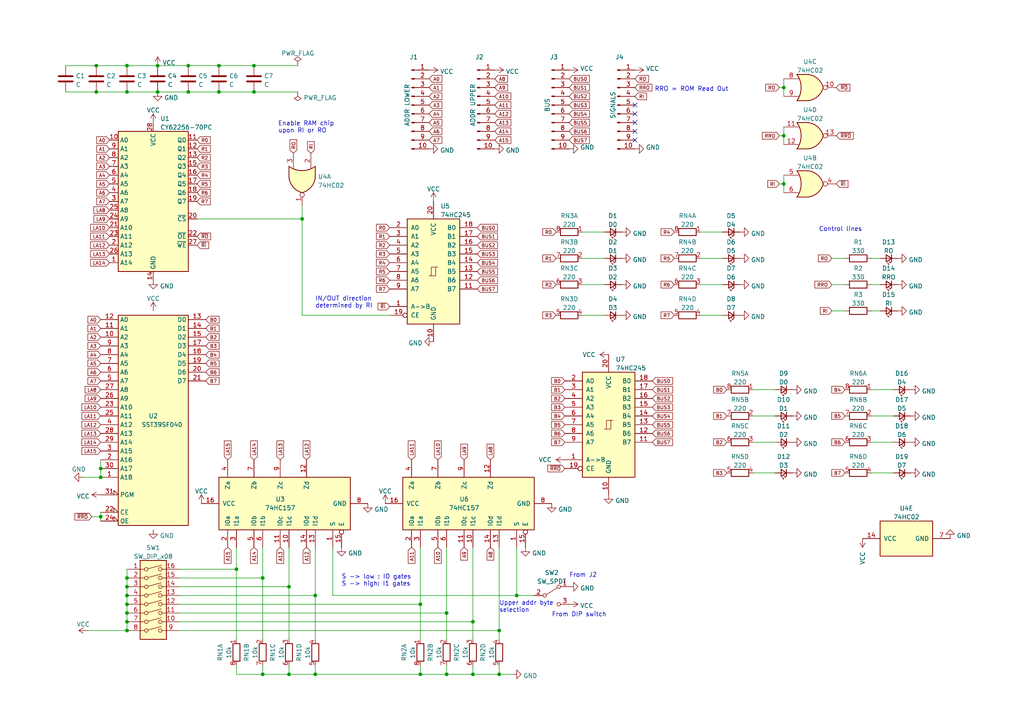
<source format=kicad_sch>
(kicad_sch (version 20231120) (generator "eeschema") (generator_version "8.0")
  (paper "A4")
  (lib_symbols
    (symbol "74xx:74HC245" (pin_names (offset 1.016))
      (property "Reference" "U" (at -7.62 16.51 0))
      (property "Value" "74HC245" (at -7.62 -16.51 0))
      (symbol "74HC245_1_0"
        (pin input line (at -12.7 -10.16 0) (length 5.08) (name "A->B") (number "1"))
        (pin power_in line (at 0 -20.32 90) (length 5.08) (name "GND") (number "10"))
        (pin tri_state line (at 12.7 -5.08 180) (length 5.08) (name "B7") (number "11"))
        (pin tri_state line (at 12.7 -2.54 180) (length 5.08) (name "B6") (number "12"))
        (pin tri_state line (at 12.7 0 180) (length 5.08) (name "B5") (number "13"))
        (pin tri_state line (at 12.7 2.54 180) (length 5.08) (name "B4") (number "14"))
        (pin tri_state line (at 12.7 5.08 180) (length 5.08) (name "B3") (number "15"))
        (pin tri_state line (at 12.7 7.62 180) (length 5.08) (name "B2") (number "16"))
        (pin tri_state line (at 12.7 10.16 180) (length 5.08) (name "B1") (number "17"))
        (pin tri_state line (at 12.7 12.7 180) (length 5.08) (name "B0") (number "18"))
        (pin input inverted (at -12.7 -12.7 0) (length 5.08) (name "CE") (number "19"))
        (pin tri_state line (at -12.7 12.7 0) (length 5.08) (name "A0") (number "2"))
        (pin power_in line (at 0 20.32 270) (length 5.08) (name "VCC") (number "20"))
        (pin tri_state line (at -12.7 10.16 0) (length 5.08) (name "A1") (number "3"))
        (pin tri_state line (at -12.7 7.62 0) (length 5.08) (name "A2") (number "4"))
        (pin tri_state line (at -12.7 5.08 0) (length 5.08) (name "A3") (number "5"))
        (pin tri_state line (at -12.7 2.54 0) (length 5.08) (name "A4") (number "6"))
        (pin tri_state line (at -12.7 0 0) (length 5.08) (name "A5") (number "7"))
        (pin tri_state line (at -12.7 -2.54 0) (length 5.08) (name "A6") (number "8"))
        (pin tri_state line (at -12.7 -5.08 0) (length 5.08) (name "A7") (number "9"))
      )
    )
    (symbol "74xx:74LS02" (pin_names (offset 1.016))
      (property "Reference" "U" (at 0 1.27 0))
      (property "Value" "74LS02" (at 0 -1.27 0))
      (symbol "74LS02_1_1"
        (pin output inverted (at 7.62 0 180) (length 3.81) (name "~") (number "1"))
        (pin input line (at -7.62 2.54 0) (length 4.318) (name "~") (number "2"))
        (pin input line (at -7.62 -2.54 0) (length 4.318) (name "~") (number "3"))
      )
      (symbol "74LS02_1_2"
        (pin output line (at 7.62 0 180) (length 3.81) (name "~") (number "1"))
        (pin input inverted (at -7.62 2.54 0) (length 3.81) (name "~") (number "2"))
        (pin input inverted (at -7.62 -2.54 0) (length 3.81) (name "~") (number "3"))
      )
      (symbol "74LS02_2_1"
        (pin output inverted (at 7.62 0 180) (length 3.81) (name "~") (number "4"))
        (pin input line (at -7.62 2.54 0) (length 4.318) (name "~") (number "5"))
        (pin input line (at -7.62 -2.54 0) (length 4.318) (name "~") (number "6"))
      )
      (symbol "74LS02_2_2"
        (pin output line (at 7.62 0 180) (length 3.81) (name "~") (number "4"))
        (pin input inverted (at -7.62 2.54 0) (length 3.81) (name "~") (number "5"))
        (pin input inverted (at -7.62 -2.54 0) (length 3.81) (name "~") (number "6"))
      )
      (symbol "74LS02_3_1"
        (pin output inverted (at 7.62 0 180) (length 3.81) (name "~") (number "10"))
        (pin input line (at -7.62 2.54 0) (length 4.318) (name "~") (number "8"))
        (pin input line (at -7.62 -2.54 0) (length 4.318) (name "~") (number "9"))
      )
      (symbol "74LS02_3_2"
        (pin output line (at 7.62 0 180) (length 3.81) (name "~") (number "10"))
        (pin input inverted (at -7.62 2.54 0) (length 3.81) (name "~") (number "8"))
        (pin input inverted (at -7.62 -2.54 0) (length 3.81) (name "~") (number "9"))
      )
      (symbol "74LS02_4_1"
        (pin input line (at -7.62 2.54 0) (length 4.318) (name "~") (number "11"))
        (pin input line (at -7.62 -2.54 0) (length 4.318) (name "~") (number "12"))
        (pin output inverted (at 7.62 0 180) (length 3.81) (name "~") (number "13"))
      )
      (symbol "74LS02_4_2"
        (pin input inverted (at -7.62 2.54 0) (length 3.81) (name "~") (number "11"))
        (pin input inverted (at -7.62 -2.54 0) (length 3.81) (name "~") (number "12"))
        (pin output line (at 7.62 0 180) (length 3.81) (name "~") (number "13"))
      )
      (symbol "74LS02_5_0"
        (pin power_in line (at 0 12.7 270) (length 5.08) (name "VCC") (number "14"))
        (pin power_in line (at 0 -12.7 90) (length 5.08) (name "GND") (number "7"))
      )
    )
    (symbol "74xx:74LS157" (pin_names (offset 1.016))
      (property "Reference" "U" (at -7.62 19.05 0))
      (property "Value" "74LS157" (at -7.62 -21.59 0))
      (symbol "74LS157_1_0"
        (pin input line (at -12.7 -15.24 0) (length 5.08) (name "S") (number "1"))
        (pin input line (at -12.7 -2.54 0) (length 5.08) (name "I1c") (number "10"))
        (pin input line (at -12.7 0 0) (length 5.08) (name "I0c") (number "11"))
        (pin output line (at 12.7 -7.62 180) (length 5.08) (name "Zd") (number "12"))
        (pin input line (at -12.7 -10.16 0) (length 5.08) (name "I1d") (number "13"))
        (pin input line (at -12.7 -7.62 0) (length 5.08) (name "I0d") (number "14"))
        (pin input inverted (at -12.7 -17.78 0) (length 5.08) (name "E") (number "15"))
        (pin power_in line (at 0 22.86 270) (length 5.08) (name "VCC") (number "16"))
        (pin input line (at -12.7 15.24 0) (length 5.08) (name "I0a") (number "2"))
        (pin input line (at -12.7 12.7 0) (length 5.08) (name "I1a") (number "3"))
        (pin output line (at 12.7 15.24 180) (length 5.08) (name "Za") (number "4"))
        (pin input line (at -12.7 7.62 0) (length 5.08) (name "I0b") (number "5"))
        (pin input line (at -12.7 5.08 0) (length 5.08) (name "I1b") (number "6"))
        (pin output line (at 12.7 7.62 180) (length 5.08) (name "Zb") (number "7"))
        (pin power_in line (at 0 -25.4 90) (length 5.08) (name "GND") (number "8"))
        (pin output line (at 12.7 0 180) (length 5.08) (name "Zc") (number "9"))
      )
    )
    (symbol "Connector:Conn_01x10_Male" (pin_names (offset 1.016) hide)
      (property "Reference" "J" (at 0 12.7 0))
      (property "Value" "Conn_01x10_Male" (at 0 -15.24 0))
      (symbol "Conn_01x10_Male_1_1"
        (pin passive line (at 5.08 10.16 180) (length 3.81) (name "Pin_1") (number "1"))
        (pin passive line (at 5.08 -12.7 180) (length 3.81) (name "Pin_10") (number "10"))
        (pin passive line (at 5.08 7.62 180) (length 3.81) (name "Pin_2") (number "2"))
        (pin passive line (at 5.08 5.08 180) (length 3.81) (name "Pin_3") (number "3"))
        (pin passive line (at 5.08 2.54 180) (length 3.81) (name "Pin_4") (number "4"))
        (pin passive line (at 5.08 0 180) (length 3.81) (name "Pin_5") (number "5"))
        (pin passive line (at 5.08 -2.54 180) (length 3.81) (name "Pin_6") (number "6"))
        (pin passive line (at 5.08 -5.08 180) (length 3.81) (name "Pin_7") (number "7"))
        (pin passive line (at 5.08 -7.62 180) (length 3.81) (name "Pin_8") (number "8"))
        (pin passive line (at 5.08 -10.16 180) (length 3.81) (name "Pin_9") (number "9"))
      )
    )
    (symbol "Device:C" (pin_numbers hide) (pin_names (offset 0.254))
      (property "Reference" "C" (at 0.635 2.54 0))
      (property "Value" "C" (at 0.635 -2.54 0))
      (symbol "C_1_1"
        (pin passive line (at 0 3.81 270) (length 2.794) (name "~") (number "1"))
        (pin passive line (at 0 -3.81 90) (length 2.794) (name "~") (number "2"))
      )
    )
    (symbol "Device:LED_Small" (pin_numbers hide) (pin_names (offset 0.254) hide)
      (property "Reference" "D" (at -1.27 3.175 0))
      (property "Value" "LED_Small" (at -4.445 -2.54 0))
      (symbol "LED_Small_1_1"
        (pin passive line (at -2.54 0 0) (length 1.778) (name "K") (number "1"))
        (pin passive line (at 2.54 0 180) (length 1.778) (name "A") (number "2"))
      )
    )
    (symbol "Device:R" (pin_numbers hide) (pin_names (offset 0))
      (property "Reference" "R" (at 2.032 0 90))
      (property "Value" "R" (at 0 0 90))
      (symbol "R_1_1"
        (pin passive line (at 0 3.81 270) (length 1.27) (name "~") (number "1"))
        (pin passive line (at 0 -3.81 90) (length 1.27) (name "~") (number "2"))
      )
    )
    (symbol "Device:R_Pack04_Split" (pin_names (offset 0) hide)
      (property "Reference" "RN" (at 2.032 0 90))
      (property "Value" "R_Pack04_Split" (at 0 0 90))
      (symbol "R_Pack04_Split_1_1"
        (pin passive line (at 0 -3.81 90) (length 1.27) (name "R1.1") (number "1"))
        (pin passive line (at 0 3.81 270) (length 1.27) (name "R1.2") (number "8"))
      )
      (symbol "R_Pack04_Split_2_1"
        (pin passive line (at 0 -3.81 90) (length 1.27) (name "R2.1") (number "2"))
        (pin passive line (at 0 3.81 270) (length 1.27) (name "R2.2") (number "7"))
      )
      (symbol "R_Pack04_Split_3_1"
        (pin passive line (at 0 -3.81 90) (length 1.27) (name "R3.1") (number "3"))
        (pin passive line (at 0 3.81 270) (length 1.27) (name "R3.2") (number "6"))
      )
      (symbol "R_Pack04_Split_4_1"
        (pin passive line (at 0 -3.81 90) (length 1.27) (name "R4.1") (number "4"))
        (pin passive line (at 0 3.81 270) (length 1.27) (name "R4.2") (number "5"))
      )
    )
    (symbol "Memory_Flash:SST39SF040"
      (property "Reference" "U" (at 2.54 33.02 0))
      (property "Value" "SST39SF040" (at 0 -30.48 0))
      (symbol "SST39SF040_0_0"
        (pin power_in line (at 0 -30.48 90) (length 1.27) hide (name "GND") (number "16"))
        (pin power_in line (at 0 33.02 270) (length 1.27) hide (name "VCC") (number "32"))
      )
      (symbol "SST39SF040_1_1"
        (pin input line (at -15.24 -15.24 0) (length 5.08) (name "A18") (number "1"))
        (pin input line (at -15.24 25.4 0) (length 5.08) (name "A2") (number "10"))
        (pin input line (at -15.24 27.94 0) (length 5.08) (name "A1") (number "11"))
        (pin input line (at -15.24 30.48 0) (length 5.08) (name "A0") (number "12"))
        (pin tri_state line (at 15.24 30.48 180) (length 5.08) (name "D0") (number "13"))
        (pin tri_state line (at 15.24 27.94 180) (length 5.08) (name "D1") (number "14"))
        (pin tri_state line (at 15.24 25.4 180) (length 5.08) (name "D2") (number "15"))
        (pin tri_state line (at 15.24 22.86 180) (length 5.08) (name "D3") (number "17"))
        (pin tri_state line (at 15.24 20.32 180) (length 5.08) (name "D4") (number "18"))
        (pin tri_state line (at 15.24 17.78 180) (length 5.08) (name "D5") (number "19"))
        (pin input line (at -15.24 -10.16 0) (length 5.08) (name "A16") (number "2"))
        (pin tri_state line (at 15.24 15.24 180) (length 5.08) (name "D6") (number "20"))
        (pin tri_state line (at 15.24 12.7 180) (length 5.08) (name "D7") (number "21"))
        (pin input input_low (at -15.24 -25.4 0) (length 5.08) (name "CE") (number "22"))
        (pin input line (at -15.24 5.08 0) (length 5.08) (name "A10") (number "23"))
        (pin input input_low (at -15.24 -27.94 0) (length 5.08) (name "OE") (number "24"))
        (pin input line (at -15.24 2.54 0) (length 5.08) (name "A11") (number "25"))
        (pin input line (at -15.24 7.62 0) (length 5.08) (name "A9") (number "26"))
        (pin input line (at -15.24 10.16 0) (length 5.08) (name "A8") (number "27"))
        (pin input line (at -15.24 -2.54 0) (length 5.08) (name "A13") (number "28"))
        (pin input line (at -15.24 -5.08 0) (length 5.08) (name "A14") (number "29"))
        (pin input line (at -15.24 -7.62 0) (length 5.08) (name "A15") (number "3"))
        (pin input line (at -15.24 -12.7 0) (length 5.08) (name "A17") (number "30"))
        (pin input input_low (at -15.24 -20.32 0) (length 5.08) (name "PGM") (number "31"))
        (pin input line (at -15.24 0 0) (length 5.08) (name "A12") (number "4"))
        (pin input line (at -15.24 12.7 0) (length 5.08) (name "A7") (number "5"))
        (pin input line (at -15.24 15.24 0) (length 5.08) (name "A6") (number "6"))
        (pin input line (at -15.24 17.78 0) (length 5.08) (name "A5") (number "7"))
        (pin input line (at -15.24 20.32 0) (length 5.08) (name "A4") (number "8"))
        (pin input line (at -15.24 22.86 0) (length 5.08) (name "A3") (number "9"))
      )
    )
    (symbol "Memory_RAM:CY62256-70PC"
      (property "Reference" "U" (at -10.16 20.955 0))
      (property "Value" "CY62256-70PC" (at 2.54 20.955 0))
      (symbol "CY62256-70PC_0_0"
        (pin power_in line (at 0 -22.86 90) (length 2.54) (name "GND") (number "14"))
        (pin power_in line (at 0 22.86 270) (length 2.54) (name "VCC") (number "28"))
      )
      (symbol "CY62256-70PC_1_1"
        (pin input line (at -12.7 -17.78 0) (length 2.54) (name "A14") (number "1"))
        (pin input line (at -12.7 17.78 0) (length 2.54) (name "A0") (number "10"))
        (pin tri_state line (at 12.7 17.78 180) (length 2.54) (name "Q0") (number "11"))
        (pin tri_state line (at 12.7 15.24 180) (length 2.54) (name "Q1") (number "12"))
        (pin tri_state line (at 12.7 12.7 180) (length 2.54) (name "Q2") (number "13"))
        (pin tri_state line (at 12.7 10.16 180) (length 2.54) (name "Q3") (number "15"))
        (pin tri_state line (at 12.7 7.62 180) (length 2.54) (name "Q4") (number "16"))
        (pin tri_state line (at 12.7 5.08 180) (length 2.54) (name "Q5") (number "17"))
        (pin tri_state line (at 12.7 2.54 180) (length 2.54) (name "Q6") (number "18"))
        (pin tri_state line (at 12.7 0 180) (length 2.54) (name "Q7") (number "19"))
        (pin input line (at -12.7 -12.7 0) (length 2.54) (name "A12") (number "2"))
        (pin input line (at 12.7 -5.08 180) (length 2.54) (name "~{CS}") (number "20"))
        (pin input line (at -12.7 -7.62 0) (length 2.54) (name "A10") (number "21"))
        (pin input line (at 12.7 -10.16 180) (length 2.54) (name "~{OE}") (number "22"))
        (pin input line (at -12.7 -10.16 0) (length 2.54) (name "A11") (number "23"))
        (pin input line (at -12.7 -5.08 0) (length 2.54) (name "A9") (number "24"))
        (pin input line (at -12.7 -2.54 0) (length 2.54) (name "A8") (number "25"))
        (pin input line (at -12.7 -15.24 0) (length 2.54) (name "A13") (number "26"))
        (pin input line (at 12.7 -12.7 180) (length 2.54) (name "~{WE}") (number "27"))
        (pin input line (at -12.7 0 0) (length 2.54) (name "A7") (number "3"))
        (pin input line (at -12.7 2.54 0) (length 2.54) (name "A6") (number "4"))
        (pin input line (at -12.7 5.08 0) (length 2.54) (name "A5") (number "5"))
        (pin input line (at -12.7 7.62 0) (length 2.54) (name "A4") (number "6"))
        (pin input line (at -12.7 10.16 0) (length 2.54) (name "A3") (number "7"))
        (pin input line (at -12.7 12.7 0) (length 2.54) (name "A2") (number "8"))
        (pin input line (at -12.7 15.24 0) (length 2.54) (name "A1") (number "9"))
      )
    )
    (symbol "Switch:SW_DIP_x08" (pin_names (offset 0) hide)
      (property "Reference" "SW" (at 0 13.97 0))
      (property "Value" "SW_DIP_x08" (at 0 -11.43 0))
      (symbol "SW_DIP_x08_1_1"
        (pin passive line (at -7.62 10.16 0) (length 5.08) (name "~") (number "1"))
        (pin passive line (at 7.62 -5.08 180) (length 5.08) (name "~") (number "10"))
        (pin passive line (at 7.62 -2.54 180) (length 5.08) (name "~") (number "11"))
        (pin passive line (at 7.62 0 180) (length 5.08) (name "~") (number "12"))
        (pin passive line (at 7.62 2.54 180) (length 5.08) (name "~") (number "13"))
        (pin passive line (at 7.62 5.08 180) (length 5.08) (name "~") (number "14"))
        (pin passive line (at 7.62 7.62 180) (length 5.08) (name "~") (number "15"))
        (pin passive line (at 7.62 10.16 180) (length 5.08) (name "~") (number "16"))
        (pin passive line (at -7.62 7.62 0) (length 5.08) (name "~") (number "2"))
        (pin passive line (at -7.62 5.08 0) (length 5.08) (name "~") (number "3"))
        (pin passive line (at -7.62 2.54 0) (length 5.08) (name "~") (number "4"))
        (pin passive line (at -7.62 0 0) (length 5.08) (name "~") (number "5"))
        (pin passive line (at -7.62 -2.54 0) (length 5.08) (name "~") (number "6"))
        (pin passive line (at -7.62 -5.08 0) (length 5.08) (name "~") (number "7"))
        (pin passive line (at -7.62 -7.62 0) (length 5.08) (name "~") (number "8"))
        (pin passive line (at 7.62 -7.62 180) (length 5.08) (name "~") (number "9"))
      )
    )
    (symbol "Switch:SW_SPDT" (pin_names (offset 0) hide)
      (property "Reference" "SW" (at 0 4.318 0))
      (property "Value" "SW_SPDT" (at 0 -5.08 0))
      (symbol "SW_SPDT_1_1"
        (pin passive line (at 5.08 2.54 180) (length 2.54) (name "A") (number "1"))
        (pin passive line (at -5.08 0 0) (length 2.54) (name "B") (number "2"))
        (pin passive line (at 5.08 -2.54 180) (length 2.54) (name "C") (number "3"))
      )
    )
    (symbol "power:GND" (power) (pin_names (offset 0))
      (property "Value" "GND" (at 0 -3.81 0))
      (symbol "GND_1_1"
        (pin power_in line (at 0 0 270) (length 0) hide (name "GND") (number "1"))
      )
    )
    (symbol "power:PWR_FLAG" (power) (pin_numbers hide) (pin_names (offset 0) hide)
      (property "Value" "PWR_FLAG" (at 0 3.81 0))
      (symbol "PWR_FLAG_0_0"
        (pin power_out line (at 0 0 90) (length 0) (name "pwr") (number "1"))
      )
    )
    (symbol "power:VCC" (power) (pin_names (offset 0))
      (property "Value" "VCC" (at 0 3.81 0))
      (symbol "VCC_1_1"
        (pin power_in line (at 0 0 90) (length 0) hide (name "VCC") (number "1"))
      )
    )
  )
  (junction (at 45.72 19.05))
  (junction (at 91.44 195.58))
  (junction (at 144.78 195.58))
  (junction (at 73.66 19.05))
  (junction (at 83.82 170.18))
  (junction (at 91.44 172.72))
  (junction (at 227.33 53.34))
  (junction (at 36.83 180.34))
  (junction (at 54.61 26.67))
  (junction (at 149.86 172.72))
  (junction (at 137.16 180.34))
  (junction (at 54.61 19.05))
  (junction (at 36.83 172.72))
  (junction (at 76.2 195.58))
  (junction (at 36.83 182.88))
  (junction (at 27.94 19.05))
  (junction (at 27.94 26.67))
  (junction (at 73.66 26.67))
  (junction (at 36.83 177.8))
  (junction (at 87.63 63.5))
  (junction (at 227.33 39.37))
  (junction (at 83.82 195.58))
  (junction (at 36.83 170.18))
  (junction (at 144.78 182.88))
  (junction (at 29.21 149.86))
  (junction (at 63.5 19.05))
  (junction (at 76.2 167.64))
  (junction (at 29.21 138.43))
  (junction (at 227.33 25.4))
  (junction (at 63.5 26.67))
  (junction (at 36.83 19.05))
  (junction (at 68.58 165.1))
  (junction (at 36.83 26.67))
  (junction (at 137.16 195.58))
  (junction (at 121.92 195.58))
  (junction (at 36.83 175.26))
  (junction (at 36.83 167.64))
  (junction (at 129.54 195.58))
  (junction (at 129.54 177.8))
  (junction (at 121.92 175.26))
  (junction (at 29.21 135.89))
  (junction (at 45.72 26.67))
  (no_connect (at 184.15 33.02))
  (no_connect (at 184.15 30.48))
  (no_connect (at 184.15 38.1))
  (no_connect (at 184.15 35.56))
  (no_connect (at 184.15 40.64))
  (wire (pts (xy 252.73 113.03) (xy 259.08 113.03)))
  (wire (pts (xy 129.54 193.04) (xy 129.54 195.58)))
  (wire (pts (xy 36.83 19.05) (xy 45.72 19.05)))
  (wire (pts (xy 36.83 165.1) (xy 36.83 167.64)))
  (wire (pts (xy 121.92 193.04) (xy 121.92 195.58)))
  (wire (pts (xy 91.44 172.72) (xy 91.44 158.75)))
  (wire (pts (xy 137.16 195.58) (xy 144.78 195.58)))
  (wire (pts (xy 87.63 63.5) (xy 87.63 91.44)))
  (wire (pts (xy 241.3 90.17) (xy 245.11 90.17)))
  (wire (pts (xy 241.3 74.93) (xy 245.11 74.93)))
  (wire (pts (xy 226.06 53.34) (xy 227.33 53.34)))
  (wire (pts (xy 91.44 195.58) (xy 121.92 195.58)))
  (wire (pts (xy 36.83 167.64) (xy 36.83 170.18)))
  (wire (pts (xy 227.33 50.8) (xy 227.33 53.34)))
  (wire (pts (xy 36.83 172.72) (xy 36.83 175.26)))
  (wire (pts (xy 25.4 182.88) (xy 36.83 182.88)))
  (wire (pts (xy 129.54 177.8) (xy 129.54 185.42)))
  (wire (pts (xy 168.91 74.93) (xy 175.26 74.93)))
  (wire (pts (xy 226.06 25.4) (xy 227.33 25.4)))
  (wire (pts (xy 83.82 170.18) (xy 83.82 158.75)))
  (wire (pts (xy 29.21 133.35) (xy 29.21 135.89)))
  (wire (pts (xy 218.44 137.16) (xy 224.79 137.16)))
  (wire (pts (xy 203.2 74.93) (xy 209.55 74.93)))
  (wire (pts (xy 121.92 175.26) (xy 121.92 158.75)))
  (wire (pts (xy 252.73 137.16) (xy 259.08 137.16)))
  (wire (pts (xy 241.3 82.55) (xy 245.11 82.55)))
  (wire (pts (xy 144.78 193.04) (xy 144.78 195.58)))
  (wire (pts (xy 227.33 25.4) (xy 227.33 22.86)))
  (wire (pts (xy 83.82 193.04) (xy 83.82 195.58)))
  (wire (pts (xy 203.2 67.31) (xy 209.55 67.31)))
  (wire (pts (xy 227.33 39.37) (xy 227.33 41.91)))
  (wire (pts (xy 45.72 19.05) (xy 54.61 19.05)))
  (wire (pts (xy 76.2 167.64) (xy 76.2 158.75)))
  (wire (pts (xy 68.58 193.04) (xy 68.58 195.58)))
  (wire (pts (xy 19.05 19.05) (xy 27.94 19.05)))
  (wire (pts (xy 227.33 53.34) (xy 227.33 55.88)))
  (wire (pts (xy 129.54 195.58) (xy 137.16 195.58)))
  (wire (pts (xy 227.33 36.83) (xy 227.33 39.37)))
  (wire (pts (xy 29.21 149.86) (xy 29.21 148.59)))
  (wire (pts (xy 63.5 26.67) (xy 73.66 26.67)))
  (wire (pts (xy 36.83 170.18) (xy 36.83 172.72)))
  (wire (pts (xy 52.07 167.64) (xy 76.2 167.64)))
  (wire (pts (xy 252.73 90.17) (xy 255.27 90.17)))
  (wire (pts (xy 144.78 182.88) (xy 144.78 185.42)))
  (wire (pts (xy 73.66 19.05) (xy 86.36 19.05)))
  (wire (pts (xy 19.05 26.67) (xy 27.94 26.67)))
  (wire (pts (xy 36.83 175.26) (xy 36.83 177.8)))
  (wire (pts (xy 26.67 149.86) (xy 29.21 149.86)))
  (wire (pts (xy 227.33 25.4) (xy 227.33 27.94)))
  (wire (pts (xy 144.78 182.88) (xy 144.78 158.75)))
  (wire (pts (xy 63.5 19.05) (xy 73.66 19.05)))
  (wire (pts (xy 87.63 91.44) (xy 113.03 91.44)))
  (wire (pts (xy 203.2 91.44) (xy 209.55 91.44)))
  (wire (pts (xy 252.73 82.55) (xy 255.27 82.55)))
  (wire (pts (xy 57.15 63.5) (xy 87.63 63.5)))
  (wire (pts (xy 83.82 170.18) (xy 83.82 185.42)))
  (wire (pts (xy 91.44 172.72) (xy 91.44 185.42)))
  (wire (pts (xy 96.52 172.72) (xy 149.86 172.72)))
  (wire (pts (xy 203.2 82.55) (xy 209.55 82.55)))
  (wire (pts (xy 137.16 180.34) (xy 137.16 158.75)))
  (wire (pts (xy 36.83 180.34) (xy 36.83 182.88)))
  (wire (pts (xy 68.58 195.58) (xy 76.2 195.58)))
  (wire (pts (xy 121.92 175.26) (xy 121.92 185.42)))
  (wire (pts (xy 29.21 149.86) (xy 29.21 151.13)))
  (wire (pts (xy 27.94 19.05) (xy 36.83 19.05)))
  (wire (pts (xy 29.21 135.89) (xy 29.21 138.43)))
  (wire (pts (xy 24.13 138.43) (xy 29.21 138.43)))
  (wire (pts (xy 52.07 172.72) (xy 91.44 172.72)))
  (wire (pts (xy 54.61 26.67) (xy 63.5 26.67)))
  (wire (pts (xy 54.61 19.05) (xy 63.5 19.05)))
  (wire (pts (xy 27.94 26.67) (xy 36.83 26.67)))
  (wire (pts (xy 52.07 170.18) (xy 83.82 170.18)))
  (wire (pts (xy 129.54 177.8) (xy 129.54 158.75)))
  (wire (pts (xy 226.06 39.37) (xy 227.33 39.37)))
  (wire (pts (xy 68.58 165.1) (xy 68.58 185.42)))
  (wire (pts (xy 168.91 91.44) (xy 175.26 91.44)))
  (wire (pts (xy 144.78 195.58) (xy 148.59 195.58)))
  (wire (pts (xy 252.73 120.65) (xy 259.08 120.65)))
  (wire (pts (xy 87.63 59.69) (xy 87.63 63.5)))
  (wire (pts (xy 218.44 113.03) (xy 224.79 113.03)))
  (wire (pts (xy 121.92 195.58) (xy 129.54 195.58)))
  (wire (pts (xy 76.2 193.04) (xy 76.2 195.58)))
  (wire (pts (xy 91.44 193.04) (xy 91.44 195.58)))
  (wire (pts (xy 218.44 128.27) (xy 224.79 128.27)))
  (wire (pts (xy 68.58 165.1) (xy 68.58 158.75)))
  (wire (pts (xy 218.44 120.65) (xy 224.79 120.65)))
  (wire (pts (xy 52.07 165.1) (xy 68.58 165.1)))
  (wire (pts (xy 36.83 26.67) (xy 45.72 26.67)))
  (wire (pts (xy 149.86 172.72) (xy 154.94 172.72)))
  (wire (pts (xy 52.07 180.34) (xy 137.16 180.34)))
  (wire (pts (xy 52.07 182.88) (xy 144.78 182.88)))
  (wire (pts (xy 76.2 167.64) (xy 76.2 185.42)))
  (wire (pts (xy 45.72 26.67) (xy 54.61 26.67)))
  (wire (pts (xy 252.73 74.93) (xy 255.27 74.93)))
  (wire (pts (xy 76.2 195.58) (xy 83.82 195.58)))
  (wire (pts (xy 137.16 180.34) (xy 137.16 185.42)))
  (wire (pts (xy 52.07 175.26) (xy 121.92 175.26)))
  (wire (pts (xy 137.16 193.04) (xy 137.16 195.58)))
  (wire (pts (xy 96.52 158.75) (xy 96.52 172.72)))
  (wire (pts (xy 252.73 128.27) (xy 259.08 128.27)))
  (wire (pts (xy 52.07 177.8) (xy 129.54 177.8)))
  (wire (pts (xy 83.82 195.58) (xy 91.44 195.58)))
  (wire (pts (xy 168.91 67.31) (xy 175.26 67.31)))
  (wire (pts (xy 149.86 158.75) (xy 149.86 172.72)))
  (wire (pts (xy 36.83 177.8) (xy 36.83 180.34)))
  (wire (pts (xy 168.91 82.55) (xy 175.26 82.55)))
  (wire (pts (xy 73.66 26.67) (xy 86.36 26.67)))
  (text "Upper addr byte\nselection" (at 144.78 177.8 0) (effects (font (size 1.27 1.27)) (justify left bottom)))
  (text "From J2" (at 165.1 167.64 0) (effects (font (size 1.27 1.27)) (justify left bottom)))
  (text "Control lines" (at 237.49 67.31 0) (effects (font (size 1.27 1.27)) (justify left bottom)))
  (text "From DIP switch" (at 160.02 179.07 0) (effects (font (size 1.27 1.27)) (justify left bottom)))
  (text "Enable RAM chip\nupon RI or RO" (at 80.645 38.735 0) (effects (font (size 1.27 1.27)) (justify left bottom)))
  (text "S -> low : IO gates\nS -> high: I1 gates" (at 99.06 170.18 0) (effects (font (size 1.27 1.27)) (justify left bottom)))
  (text "IN/OUT direction\ndetermined by RI" (at 91.44 89.535 0) (effects (font (size 1.27 1.27)) (justify left bottom)))
  (text "RRO = ROM Read Out" (at 189.865 26.67 0) (effects (font (size 1.27 1.27)) (justify left bottom)))
  (global_label "R2" (shape input) (at 161.29 82.55 180) (effects (font (size 1 1))) (property "Intersheetrefs" "${INTERSHEET_REFS}" (effects (hide yes))))
  (global_label "BUS0" (shape input) (at 189.23 110.49 0) (effects (font (size 1 1))) (property "Intersheetrefs" "${INTERSHEET_REFS}" (effects (hide yes))))
  (global_label "A6" (shape input) (at 29.21 107.95 180) (effects (font (size 1 1))) (property "Intersheetrefs" "${INTERSHEET_REFS}" (effects (hide yes))))
  (global_label "LA14" (shape input) (at 31.75 76.2 180) (effects (font (size 1 1))) (property "Intersheetrefs" "${INTERSHEET_REFS}" (effects (hide yes))))
  (global_label "B4" (shape input) (at 59.69 102.87 0) (effects (font (size 1 1))) (property "Intersheetrefs" "${INTERSHEET_REFS}" (effects (hide yes))))
  (global_label "RO" (shape input) (at 226.06 25.4 180) (effects (font (size 1 1))) (property "Intersheetrefs" "${INTERSHEET_REFS}" (effects (hide yes))))
  (global_label "LA10" (shape input) (at 31.75 66.04 180) (effects (font (size 1 1))) (property "Intersheetrefs" "${INTERSHEET_REFS}" (effects (hide yes))))
  (global_label "R7" (shape input) (at 57.15 58.42 0) (effects (font (size 1 1))) (property "Intersheetrefs" "${INTERSHEET_REFS}" (effects (hide yes))))
  (global_label "A8" (shape input) (at 142.24 158.75 270) (effects (font (size 1 1))) (property "Intersheetrefs" "${INTERSHEET_REFS}" (effects (hide yes))))
  (global_label "LA9" (shape input) (at 29.21 115.57 180) (effects (font (size 1 1))) (property "Intersheetrefs" "${INTERSHEET_REFS}" (effects (hide yes))))
  (global_label "B0" (shape input) (at 59.69 92.71 0) (effects (font (size 1 1))) (property "Intersheetrefs" "${INTERSHEET_REFS}" (effects (hide yes))))
  (global_label "A0" (shape input) (at 31.75 40.64 180) (effects (font (size 1 1))) (property "Intersheetrefs" "${INTERSHEET_REFS}" (effects (hide yes))))
  (global_label "BUS7" (shape input) (at 165.1 40.64 0) (effects (font (size 1 1))) (property "Intersheetrefs" "${INTERSHEET_REFS}" (effects (hide yes))))
  (global_label "BUS4" (shape input) (at 138.43 76.2 0) (effects (font (size 1 1))) (property "Intersheetrefs" "${INTERSHEET_REFS}" (effects (hide yes))))
  (global_label "LA8" (shape input) (at 142.24 133.35 90) (effects (font (size 1 1))) (property "Intersheetrefs" "${INTERSHEET_REFS}" (effects (hide yes))))
  (global_label "R5" (shape input) (at 195.58 74.93 180) (effects (font (size 1 1))) (property "Intersheetrefs" "${INTERSHEET_REFS}" (effects (hide yes))))
  (global_label "LA8" (shape input) (at 31.75 60.96 180) (effects (font (size 1 1))) (property "Intersheetrefs" "${INTERSHEET_REFS}" (effects (hide yes))))
  (global_label "B1" (shape input) (at 210.82 120.65 180) (effects (font (size 1 1))) (property "Intersheetrefs" "${INTERSHEET_REFS}" (effects (hide yes))))
  (global_label "R1" (shape input) (at 113.03 68.58 180) (effects (font (size 1 1))) (property "Intersheetrefs" "${INTERSHEET_REFS}" (effects (hide yes))))
  (global_label "A15" (shape input) (at 66.04 158.75 270) (effects (font (size 1 1))) (property "Intersheetrefs" "${INTERSHEET_REFS}" (effects (hide yes))))
  (global_label "A4" (shape input) (at 29.21 102.87 180) (effects (font (size 1 1))) (property "Intersheetrefs" "${INTERSHEET_REFS}" (effects (hide yes))))
  (global_label "LA11" (shape input) (at 29.21 120.65 180) (effects (font (size 1 1))) (property "Intersheetrefs" "${INTERSHEET_REFS}" (effects (hide yes))))
  (global_label "LA9" (shape input) (at 31.75 63.5 180) (effects (font (size 1 1))) (property "Intersheetrefs" "${INTERSHEET_REFS}" (effects (hide yes))))
  (global_label "LA11" (shape input) (at 119.38 133.35 90) (effects (font (size 1 1))) (property "Intersheetrefs" "${INTERSHEET_REFS}" (effects (hide yes))))
  (global_label "A1" (shape input) (at 31.75 43.18 180) (effects (font (size 1 1))) (property "Intersheetrefs" "${INTERSHEET_REFS}" (effects (hide yes))))
  (global_label "B2" (shape input) (at 59.69 97.79 0) (effects (font (size 1 1))) (property "Intersheetrefs" "${INTERSHEET_REFS}" (effects (hide yes))))
  (global_label "BUS1" (shape input) (at 189.23 113.03 0) (effects (font (size 1 1))) (property "Intersheetrefs" "${INTERSHEET_REFS}" (effects (hide yes))))
  (global_label "A15" (shape input) (at 143.51 40.64 0) (effects (font (size 1 1))) (property "Intersheetrefs" "${INTERSHEET_REFS}" (effects (hide yes))))
  (global_label "RI" (shape input) (at 241.3 90.17 180) (effects (font (size 1 1))) (property "Intersheetrefs" "${INTERSHEET_REFS}" (effects (hide yes))))
  (global_label "LA14" (shape input) (at 73.66 133.35 90) (effects (font (size 1 1))) (property "Intersheetrefs" "${INTERSHEET_REFS}" (effects (hide yes))))
  (global_label "B2" (shape input) (at 163.83 115.57 180) (effects (font (size 1 1))) (property "Intersheetrefs" "${INTERSHEET_REFS}" (effects (hide yes))))
  (global_label "LA8" (shape input) (at 29.21 113.03 180) (effects (font (size 1 1))) (property "Intersheetrefs" "${INTERSHEET_REFS}" (effects (hide yes))))
  (global_label "R0" (shape input) (at 161.29 67.31 180) (effects (font (size 1 1))) (property "Intersheetrefs" "${INTERSHEET_REFS}" (effects (hide yes))))
  (global_label "R3" (shape input) (at 113.03 73.66 180) (effects (font (size 1 1))) (property "Intersheetrefs" "${INTERSHEET_REFS}" (effects (hide yes))))
  (global_label "~{RI}" (shape input) (at 113.03 88.9 180) (effects (font (size 1 1))) (property "Intersheetrefs" "${INTERSHEET_REFS}" (effects (hide yes))))
  (global_label "RO" (shape input) (at 184.15 22.86 0) (effects (font (size 1 1))) (property "Intersheetrefs" "${INTERSHEET_REFS}" (effects (hide yes))))
  (global_label "A11" (shape input) (at 119.38 158.75 270) (effects (font (size 1 1))) (property "Intersheetrefs" "${INTERSHEET_REFS}" (effects (hide yes))))
  (global_label "R0" (shape input) (at 57.15 40.64 0) (effects (font (size 1 1))) (property "Intersheetrefs" "${INTERSHEET_REFS}" (effects (hide yes))))
  (global_label "R4" (shape input) (at 57.15 50.8 0) (effects (font (size 1 1))) (property "Intersheetrefs" "${INTERSHEET_REFS}" (effects (hide yes))))
  (global_label "BUS0" (shape input) (at 165.1 22.86 0) (effects (font (size 1 1))) (property "Intersheetrefs" "${INTERSHEET_REFS}" (effects (hide yes))))
  (global_label "R3" (shape input) (at 161.29 91.44 180) (effects (font (size 1 1))) (property "Intersheetrefs" "${INTERSHEET_REFS}" (effects (hide yes))))
  (global_label "A4" (shape input) (at 31.75 50.8 180) (effects (font (size 1 1))) (property "Intersheetrefs" "${INTERSHEET_REFS}" (effects (hide yes))))
  (global_label "A2" (shape input) (at 29.21 97.79 180) (effects (font (size 1 1))) (property "Intersheetrefs" "${INTERSHEET_REFS}" (effects (hide yes))))
  (global_label "B3" (shape input) (at 59.69 100.33 0) (effects (font (size 1 1))) (property "Intersheetrefs" "${INTERSHEET_REFS}" (effects (hide yes))))
  (global_label "A0" (shape input) (at 29.21 92.71 180) (effects (font (size 1 1))) (property "Intersheetrefs" "${INTERSHEET_REFS}" (effects (hide yes))))
  (global_label "B4" (shape input) (at 163.83 120.65 180) (effects (font (size 1 1))) (property "Intersheetrefs" "${INTERSHEET_REFS}" (effects (hide yes))))
  (global_label "A5" (shape input) (at 31.75 53.34 180) (effects (font (size 1 1))) (property "Intersheetrefs" "${INTERSHEET_REFS}" (effects (hide yes))))
  (global_label "LA13" (shape input) (at 31.75 73.66 180) (effects (font (size 1 1))) (property "Intersheetrefs" "${INTERSHEET_REFS}" (effects (hide yes))))
  (global_label "BUS2" (shape input) (at 138.43 71.12 0) (effects (font (size 1 1))) (property "Intersheetrefs" "${INTERSHEET_REFS}" (effects (hide yes))))
  (global_label "B1" (shape input) (at 59.69 95.25 0) (effects (font (size 1 1))) (property "Intersheetrefs" "${INTERSHEET_REFS}" (effects (hide yes))))
  (global_label "~{RO}" (shape input) (at 57.15 68.58 0) (effects (font (size 1 1))) (property "Intersheetrefs" "${INTERSHEET_REFS}" (effects (hide yes))))
  (global_label "R3" (shape input) (at 57.15 48.26 0) (effects (font (size 1 1))) (property "Intersheetrefs" "${INTERSHEET_REFS}" (effects (hide yes))))
  (global_label "R6" (shape input) (at 113.03 81.28 180) (effects (font (size 1 1))) (property "Intersheetrefs" "${INTERSHEET_REFS}" (effects (hide yes))))
  (global_label "BUS5" (shape input) (at 189.23 123.19 0) (effects (font (size 1 1))) (property "Intersheetrefs" "${INTERSHEET_REFS}" (effects (hide yes))))
  (global_label "RRO" (shape input) (at 241.3 82.55 180) (effects (font (size 1 1))) (property "Intersheetrefs" "${INTERSHEET_REFS}" (effects (hide yes))))
  (global_label "R4" (shape input) (at 113.03 76.2 180) (effects (font (size 1 1))) (property "Intersheetrefs" "${INTERSHEET_REFS}" (effects (hide yes))))
  (global_label "LA15" (shape input) (at 29.21 130.81 180) (effects (font (size 1 1))) (property "Intersheetrefs" "${INTERSHEET_REFS}" (effects (hide yes))))
  (global_label "~{RRO}" (shape input) (at 242.57 39.37 0) (effects (font (size 1 1))) (property "Intersheetrefs" "${INTERSHEET_REFS}" (effects (hide yes))))
  (global_label "R6" (shape input) (at 195.58 82.55 180) (effects (font (size 1 1))) (property "Intersheetrefs" "${INTERSHEET_REFS}" (effects (hide yes))))
  (global_label "BUS5" (shape input) (at 165.1 35.56 0) (effects (font (size 1 1))) (property "Intersheetrefs" "${INTERSHEET_REFS}" (effects (hide yes))))
  (global_label "A14" (shape input) (at 73.66 158.75 270) (effects (font (size 1 1))) (property "Intersheetrefs" "${INTERSHEET_REFS}" (effects (hide yes))))
  (global_label "A3" (shape input) (at 124.46 30.48 0) (effects (font (size 1 1))) (property "Intersheetrefs" "${INTERSHEET_REFS}" (effects (hide yes))))
  (global_label "RRO" (shape input) (at 184.15 25.4 0) (effects (font (size 1 1))) (property "Intersheetrefs" "${INTERSHEET_REFS}" (effects (hide yes))))
  (global_label "A11" (shape input) (at 143.51 30.48 0) (effects (font (size 1 1))) (property "Intersheetrefs" "${INTERSHEET_REFS}" (effects (hide yes))))
  (global_label "A12" (shape input) (at 143.51 33.02 0) (effects (font (size 1 1))) (property "Intersheetrefs" "${INTERSHEET_REFS}" (effects (hide yes))))
  (global_label "RO" (shape input) (at 241.3 74.93 180) (effects (font (size 1 1))) (property "Intersheetrefs" "${INTERSHEET_REFS}" (effects (hide yes))))
  (global_label "A0" (shape input) (at 124.46 22.86 0) (effects (font (size 1 1))) (property "Intersheetrefs" "${INTERSHEET_REFS}" (effects (hide yes))))
  (global_label "LA12" (shape input) (at 31.75 71.12 180) (effects (font (size 1 1))) (property "Intersheetrefs" "${INTERSHEET_REFS}" (effects (hide yes))))
  (global_label "BUS2" (shape input) (at 189.23 115.57 0) (effects (font (size 1 1))) (property "Intersheetrefs" "${INTERSHEET_REFS}" (effects (hide yes))))
  (global_label "~{RI}" (shape input) (at 57.15 71.12 0) (effects (font (size 1 1))) (property "Intersheetrefs" "${INTERSHEET_REFS}" (effects (hide yes))))
  (global_label "R5" (shape input) (at 113.03 78.74 180) (effects (font (size 1 1))) (property "Intersheetrefs" "${INTERSHEET_REFS}" (effects (hide yes))))
  (global_label "BUS1" (shape input) (at 138.43 68.58 0) (effects (font (size 1 1))) (property "Intersheetrefs" "${INTERSHEET_REFS}" (effects (hide yes))))
  (global_label "B3" (shape input) (at 163.83 118.11 180) (effects (font (size 1 1))) (property "Intersheetrefs" "${INTERSHEET_REFS}" (effects (hide yes))))
  (global_label "B6" (shape input) (at 59.69 107.95 0) (effects (font (size 1 1))) (property "Intersheetrefs" "${INTERSHEET_REFS}" (effects (hide yes))))
  (global_label "B4" (shape input) (at 245.11 113.03 180) (effects (font (size 1 1))) (property "Intersheetrefs" "${INTERSHEET_REFS}" (effects (hide yes))))
  (global_label "R6" (shape input) (at 57.15 55.88 0) (effects (font (size 1 1))) (property "Intersheetrefs" "${INTERSHEET_REFS}" (effects (hide yes))))
  (global_label "R1" (shape input) (at 57.15 43.18 0) (effects (font (size 1 1))) (property "Intersheetrefs" "${INTERSHEET_REFS}" (effects (hide yes))))
  (global_label "BUS7" (shape input) (at 189.23 128.27 0) (effects (font (size 1 1))) (property "Intersheetrefs" "${INTERSHEET_REFS}" (effects (hide yes))))
  (global_label "A6" (shape input) (at 124.46 38.1 0) (effects (font (size 1 1))) (property "Intersheetrefs" "${INTERSHEET_REFS}" (effects (hide yes))))
  (global_label "BUS6" (shape input) (at 138.43 81.28 0) (effects (font (size 1 1))) (property "Intersheetrefs" "${INTERSHEET_REFS}" (effects (hide yes))))
  (global_label "A3" (shape input) (at 29.21 100.33 180) (effects (font (size 1 1))) (property "Intersheetrefs" "${INTERSHEET_REFS}" (effects (hide yes))))
  (global_label "BUS7" (shape input) (at 138.43 83.82 0) (effects (font (size 1 1))) (property "Intersheetrefs" "${INTERSHEET_REFS}" (effects (hide yes))))
  (global_label "A7" (shape input) (at 29.21 110.49 180) (effects (font (size 1 1))) (property "Intersheetrefs" "${INTERSHEET_REFS}" (effects (hide yes))))
  (global_label "B2" (shape input) (at 210.82 128.27 180) (effects (font (size 1 1))) (property "Intersheetrefs" "${INTERSHEET_REFS}" (effects (hide yes))))
  (global_label "R2" (shape input) (at 113.03 71.12 180) (effects (font (size 1 1))) (property "Intersheetrefs" "${INTERSHEET_REFS}" (effects (hide yes))))
  (global_label "A2" (shape input) (at 124.46 27.94 0) (effects (font (size 1 1))) (property "Intersheetrefs" "${INTERSHEET_REFS}" (effects (hide yes))))
  (global_label "BUS0" (shape input) (at 138.43 66.04 0) (effects (font (size 1 1))) (property "Intersheetrefs" "${INTERSHEET_REFS}" (effects (hide yes))))
  (global_label "LA13" (shape input) (at 29.21 125.73 180) (effects (font (size 1 1))) (property "Intersheetrefs" "${INTERSHEET_REFS}" (effects (hide yes))))
  (global_label "RI" (shape input) (at 226.06 53.34 180) (effects (font (size 1 1))) (property "Intersheetrefs" "${INTERSHEET_REFS}" (effects (hide yes))))
  (global_label "R7" (shape input) (at 113.03 83.82 180) (effects (font (size 1 1))) (property "Intersheetrefs" "${INTERSHEET_REFS}" (effects (hide yes))))
  (global_label "B5" (shape input) (at 163.83 123.19 180) (effects (font (size 1 1))) (property "Intersheetrefs" "${INTERSHEET_REFS}" (effects (hide yes))))
  (global_label "R4" (shape input) (at 195.58 67.31 180) (effects (font (size 1 1))) (property "Intersheetrefs" "${INTERSHEET_REFS}" (effects (hide yes))))
  (global_label "LA13" (shape input) (at 81.28 133.35 90) (effects (font (size 1 1))) (property "Intersheetrefs" "${INTERSHEET_REFS}" (effects (hide yes))))
  (global_label "BUS3" (shape input) (at 138.43 73.66 0) (effects (font (size 1 1))) (property "Intersheetrefs" "${INTERSHEET_REFS}" (effects (hide yes))))
  (global_label "A1" (shape input) (at 29.21 95.25 180) (effects (font (size 1 1))) (property "Intersheetrefs" "${INTERSHEET_REFS}" (effects (hide yes))))
  (global_label "A8" (shape input) (at 143.51 22.86 0) (effects (font (size 1 1))) (property "Intersheetrefs" "${INTERSHEET_REFS}" (effects (hide yes))))
  (global_label "A10" (shape input) (at 127 158.75 270) (effects (font (size 1 1))) (property "Intersheetrefs" "${INTERSHEET_REFS}" (effects (hide yes))))
  (global_label "A6" (shape input) (at 31.75 55.88 180) (effects (font (size 1 1))) (property "Intersheetrefs" "${INTERSHEET_REFS}" (effects (hide yes))))
  (global_label "B0" (shape input) (at 210.82 113.03 180) (effects (font (size 1 1))) (property "Intersheetrefs" "${INTERSHEET_REFS}" (effects (hide yes))))
  (global_label "~{RO}" (shape input) (at 242.57 25.4 0) (effects (font (size 1 1))) (property "Intersheetrefs" "${INTERSHEET_REFS}" (effects (hide yes))))
  (global_label "LA10" (shape input) (at 29.21 118.11 180) (effects (font (size 1 1))) (property "Intersheetrefs" "${INTERSHEET_REFS}" (effects (hide yes))))
  (global_label "A5" (shape input) (at 29.21 105.41 180) (effects (font (size 1 1))) (property "Intersheetrefs" "${INTERSHEET_REFS}" (effects (hide yes))))
  (global_label "BUS3" (shape input) (at 189.23 118.11 0) (effects (font (size 1 1))) (property "Intersheetrefs" "${INTERSHEET_REFS}" (effects (hide yes))))
  (global_label "BUS4" (shape input) (at 189.23 120.65 0) (effects (font (size 1 1))) (property "Intersheetrefs" "${INTERSHEET_REFS}" (effects (hide yes))))
  (global_label "~{RI}" (shape input) (at 242.57 53.34 0) (effects (font (size 1 1))) (property "Intersheetrefs" "${INTERSHEET_REFS}" (effects (hide yes))))
  (global_label "B6" (shape input) (at 245.11 128.27 180) (effects (font (size 1 1))) (property "Intersheetrefs" "${INTERSHEET_REFS}" (effects (hide yes))))
  (global_label "B0" (shape input) (at 163.83 110.49 180) (effects (font (size 1 1))) (property "Intersheetrefs" "${INTERSHEET_REFS}" (effects (hide yes))))
  (global_label "A13" (shape input) (at 143.51 35.56 0) (effects (font (size 1 1))) (property "Intersheetrefs" "${INTERSHEET_REFS}" (effects (hide yes))))
  (global_label "A2" (shape input) (at 31.75 45.72 180) (effects (font (size 1 1))) (property "Intersheetrefs" "${INTERSHEET_REFS}" (effects (hide yes))))
  (global_label "R0" (shape input) (at 113.03 66.04 180) (effects (font (size 1 1))) (property "Intersheetrefs" "${INTERSHEET_REFS}" (effects (hide yes))))
  (global_label "A9" (shape input) (at 134.62 158.75 270) (effects (font (size 1 1))) (property "Intersheetrefs" "${INTERSHEET_REFS}" (effects (hide yes))))
  (global_label "LA11" (shape input) (at 31.75 68.58 180) (effects (font (size 1 1))) (property "Intersheetrefs" "${INTERSHEET_REFS}" (effects (hide yes))))
  (global_label "LA15" (shape input) (at 66.04 133.35 90) (effects (font (size 1 1))) (property "Intersheetrefs" "${INTERSHEET_REFS}" (effects (hide yes))))
  (global_label "B7" (shape input) (at 163.83 128.27 180) (effects (font (size 1 1))) (property "Intersheetrefs" "${INTERSHEET_REFS}" (effects (hide yes))))
  (global_label "A13" (shape input) (at 81.28 158.75 270) (effects (font (size 1 1))) (property "Intersheetrefs" "${INTERSHEET_REFS}" (effects (hide yes))))
  (global_label "B6" (shape input) (at 163.83 125.73 180) (effects (font (size 1 1))) (property "Intersheetrefs" "${INTERSHEET_REFS}" (effects (hide yes))))
  (global_label "LA12" (shape input) (at 88.9 133.35 90) (effects (font (size 1 1))) (property "Intersheetrefs" "${INTERSHEET_REFS}" (effects (hide yes))))
  (global_label "A7" (shape input) (at 124.46 40.64 0) (effects (font (size 1 1))) (property "Intersheetrefs" "${INTERSHEET_REFS}" (effects (hide yes))))
  (global_label "BUS2" (shape input) (at 165.1 27.94 0) (effects (font (size 1 1))) (property "Intersheetrefs" "${INTERSHEET_REFS}" (effects (hide yes))))
  (global_label "R7" (shape input) (at 195.58 91.44 180) (effects (font (size 1 1))) (property "Intersheetrefs" "${INTERSHEET_REFS}" (effects (hide yes))))
  (global_label "B7" (shape input) (at 59.69 110.49 0) (effects (font (size 1 1))) (property "Intersheetrefs" "${INTERSHEET_REFS}" (effects (hide yes))))
  (global_label "RO" (shape input) (at 85.09 44.45 90) (effects (font (size 1 1))) (property "Intersheetrefs" "${INTERSHEET_REFS}" (effects (hide yes))))
  (global_label "R5" (shape input) (at 57.15 53.34 0) (effects (font (size 1 1))) (property "Intersheetrefs" "${INTERSHEET_REFS}" (effects (hide yes))))
  (global_label "A10" (shape input) (at 143.51 27.94 0) (effects (font (size 1 1))) (property "Intersheetrefs" "${INTERSHEET_REFS}" (effects (hide yes))))
  (global_label "LA14" (shape input) (at 29.21 128.27 180) (effects (font (size 1 1))) (property "Intersheetrefs" "${INTERSHEET_REFS}" (effects (hide yes))))
  (global_label "B5" (shape input) (at 245.11 120.65 180) (effects (font (size 1 1))) (property "Intersheetrefs" "${INTERSHEET_REFS}" (effects (hide yes))))
  (global_label "R1" (shape input) (at 161.29 74.93 180) (effects (font (size 1 1))) (property "Intersheetrefs" "${INTERSHEET_REFS}" (effects (hide yes))))
  (global_label "A5" (shape input) (at 124.46 35.56 0) (effects (font (size 1 1))) (property "Intersheetrefs" "${INTERSHEET_REFS}" (effects (hide yes))))
  (global_label "A4" (shape input) (at 124.46 33.02 0) (effects (font (size 1 1))) (property "Intersheetrefs" "${INTERSHEET_REFS}" (effects (hide yes))))
  (global_label "A12" (shape input) (at 88.9 158.75 270) (effects (font (size 1 1))) (property "Intersheetrefs" "${INTERSHEET_REFS}" (effects (hide yes))))
  (global_label "B5" (shape input) (at 59.69 105.41 0) (effects (font (size 1 1))) (property "Intersheetrefs" "${INTERSHEET_REFS}" (effects (hide yes))))
  (global_label "A3" (shape input) (at 31.75 48.26 180) (effects (font (size 1 1))) (property "Intersheetrefs" "${INTERSHEET_REFS}" (effects (hide yes))))
  (global_label "~{RRO}" (shape input) (at 163.83 135.89 180) (effects (font (size 1 1))) (property "Intersheetrefs" "${INTERSHEET_REFS}" (effects (hide yes))))
  (global_label "A9" (shape input) (at 143.51 25.4 0) (effects (font (size 1 1))) (property "Intersheetrefs" "${INTERSHEET_REFS}" (effects (hide yes))))
  (global_label "BUS6" (shape input) (at 165.1 38.1 0) (effects (font (size 1 1))) (property "Intersheetrefs" "${INTERSHEET_REFS}" (effects (hide yes))))
  (global_label "RI" (shape input) (at 184.15 27.94 0) (effects (font (size 1 1))) (property "Intersheetrefs" "${INTERSHEET_REFS}" (effects (hide yes))))
  (global_label "BUS4" (shape input) (at 165.1 33.02 0) (effects (font (size 1 1))) (property "Intersheetrefs" "${INTERSHEET_REFS}" (effects (hide yes))))
  (global_label "LA9" (shape input) (at 134.62 133.35 90) (effects (font (size 1 1))) (property "Intersheetrefs" "${INTERSHEET_REFS}" (effects (hide yes))))
  (global_label "LA10" (shape input) (at 127 133.35 90) (effects (font (size 1 1))) (property "Intersheetrefs" "${INTERSHEET_REFS}" (effects (hide yes))))
  (global_label "BUS5" (shape input) (at 138.43 78.74 0) (effects (font (size 1 1))) (property "Intersheetrefs" "${INTERSHEET_REFS}" (effects (hide yes))))
  (global_label "RI" (shape input) (at 90.17 44.45 90) (effects (font (size 1 1))) (property "Intersheetrefs" "${INTERSHEET_REFS}" (effects (hide yes))))
  (global_label "R2" (shape input) (at 57.15 45.72 0) (effects (font (size 1 1))) (property "Intersheetrefs" "${INTERSHEET_REFS}" (effects (hide yes))))
  (global_label "RRO" (shape input) (at 226.06 39.37 180) (effects (font (size 1 1))) (property "Intersheetrefs" "${INTERSHEET_REFS}" (effects (hide yes))))
  (global_label "~{RRO}" (shape input) (at 26.67 149.86 180) (effects (font (size 1 1))) (property "Intersheetrefs" "${INTERSHEET_REFS}" (effects (hide yes))))
  (global_label "BUS6" (shape input) (at 189.23 125.73 0) (effects (font (size 1 1))) (property "Intersheetrefs" "${INTERSHEET_REFS}" (effects (hide yes))))
  (global_label "BUS1" (shape input) (at 165.1 25.4 0) (effects (font (size 1 1))) (property "Intersheetrefs" "${INTERSHEET_REFS}" (effects (hide yes))))
  (global_label "B7" (shape input) (at 245.11 137.16 180) (effects (font (size 1 1))) (property "Intersheetrefs" "${INTERSHEET_REFS}" (effects (hide yes))))
  (global_label "A7" (shape input) (at 31.75 58.42 180) (effects (font (size 1 1))) (property "Intersheetrefs" "${INTERSHEET_REFS}" (effects (hide yes))))
  (global_label "B3" (shape input) (at 210.82 137.16 180) (effects (font (size 1 1))) (property "Intersheetrefs" "${INTERSHEET_REFS}" (effects (hide yes))))
  (global_label "BUS3" (shape input) (at 165.1 30.48 0) (effects (font (size 1 1))) (property "Intersheetrefs" "${INTERSHEET_REFS}" (effects (hide yes))))
  (global_label "B1" (shape input) (at 163.83 113.03 180) (effects (font (size 1 1))) (property "Intersheetrefs" "${INTERSHEET_REFS}" (effects (hide yes))))
  (global_label "LA12" (shape input) (at 29.21 123.19 180) (effects (font (size 1 1))) (property "Intersheetrefs" "${INTERSHEET_REFS}" (effects (hide yes))))
  (global_label "A1" (shape input) (at 124.46 25.4 0) (effects (font (size 1 1))) (property "Intersheetrefs" "${INTERSHEET_REFS}" (effects (hide yes))))
  (global_label "A14" (shape input) (at 143.51 38.1 0) (effects (font (size 1 1))) (property "Intersheetrefs" "${INTERSHEET_REFS}" (effects (hide yes))))
  (symbol (lib_id "Device:R_Pack04_Split") (at 165.1 74.93 90) (mirror x) (unit 2)
    (property "Reference" "RN3" (at 165.1 70.2142 90))
    (property "Value" "220" (at 165.1 72.7511 90))
    (property "Footprint" "Resistor_SMD:R_Array_Convex_4x0603" (effects (hide yes)))
  )
  (symbol (lib_id "Device:R_Pack04_Split") (at 214.63 137.16 90) (mirror x) (unit 4)
    (property "Reference" "RN5" (at 214.63 132.4442 90))
    (property "Value" "220" (at 214.63 134.9811 90))
    (property "Footprint" "Resistor_SMD:R_Array_Convex_4x0603" (effects (hide yes)))
  )
  (symbol (lib_id "power:GND") (at 180.34 74.93 90) (unit 1)
    (property "Reference" "#PWR031" (effects (hide yes)))
    (property "Value" "GND" (at 183.515 75.3638 90) (effects (justify right)))
  )
  (symbol (lib_id "Connector:Conn_01x10_Male") (at 179.07 30.48 0) (unit 1)
    (property "Reference" "J4" (at 179.705 16.544 0))
    (property "Value" "SIGNALS" (at 177.8 30.48 90))
    (property "Footprint" "Connector_PinHeader_2.54mm:PinHeader_1x10_P2.54mm_Vertical" (effects (hide yes)))
  )
  (symbol (lib_id "power:GND") (at 264.16 113.03 90) (unit 1)
    (property "Reference" "#PWR048" (effects (hide yes)))
    (property "Value" "GND" (at 267.335 113.4638 90) (effects (justify right)))
  )
  (symbol (lib_id "power:GND") (at 165.1 43.18 90) (mirror x) (unit 1)
    (property "Reference" "#PWR025" (effects (hide yes)))
    (property "Value" "GND" (at 168.275 42.7462 90) (effects (justify right)))
  )
  (symbol (lib_id "Device:R_Pack04_Split") (at 214.63 128.27 90) (mirror x) (unit 3)
    (property "Reference" "RN5" (at 214.63 123.5542 90))
    (property "Value" "220" (at 214.63 126.0911 90))
    (property "Footprint" "Resistor_SMD:R_Array_Convex_4x0603" (effects (hide yes)))
  )
  (symbol (lib_id "Device:LED_Small") (at 257.81 74.93 180) (unit 1)
    (property "Reference" "D13" (at 257.7465 70.2142 0))
    (property "Value" "RO" (at 257.7465 72.7511 0))
    (property "Footprint" "LED_SMD:LED_0805_2012Metric" (effects (hide yes)))
  )
  (symbol (lib_id "Device:LED_Small") (at 261.62 120.65 180) (unit 1)
    (property "Reference" "D17" (at 261.5565 115.9342 0))
    (property "Value" "D5" (at 261.5565 118.4711 0))
    (property "Footprint" "LED_SMD:LED_0805_2012Metric" (effects (hide yes)))
  )
  (symbol (lib_id "Device:R_Pack04_Split") (at 248.92 137.16 90) (mirror x) (unit 4)
    (property "Reference" "RN6" (at 248.92 132.4442 90))
    (property "Value" "220" (at 248.92 134.9811 90))
    (property "Footprint" "Resistor_SMD:R_Array_Convex_4x0603" (effects (hide yes)))
  )
  (symbol (lib_id "power:GND") (at 214.63 74.93 90) (unit 1)
    (property "Reference" "#PWR037" (effects (hide yes)))
    (property "Value" "GND" (at 217.805 75.3638 90) (effects (justify right)))
  )
  (symbol (lib_id "power:GND") (at 165.1 170.18 90) (unit 1)
    (property "Reference" "#PWR027" (effects (hide yes)))
    (property "Value" "GND" (at 168.275 170.6138 90) (effects (justify right)))
  )
  (symbol (lib_id "Device:C") (at 54.61 22.86 0) (unit 1)
    (property "Reference" "C5" (at 57.531 22.0253 0) (effects (justify left)))
    (property "Value" "C" (at 57.531 24.5622 0) (effects (justify left)))
    (property "Footprint" "Capacitor_SMD:C_0805_2012Metric" (effects (hide yes)))
  )
  (symbol (lib_id "Device:R_Pack04_Split") (at 144.78 189.23 0) (mirror x) (unit 4)
    (property "Reference" "RN2" (at 140.0642 189.23 90))
    (property "Value" "10k" (at 142.6011 189.23 90))
    (property "Footprint" "Resistor_SMD:R_Array_Convex_4x0603" (effects (hide yes)))
  )
  (symbol (lib_id "Switch:SW_SPDT") (at 160.02 172.72 0) (unit 1)
    (property "Reference" "SW2" (at 160.02 166.0992 0))
    (property "Value" "SW_SPDT" (at 160.02 168.6361 0))
    (property "Footprint" "Button_Switch_THT:SW_Slide_1P2T_CK_OS102011MS2Q" (effects (hide yes)))
  )
  (symbol (lib_id "power:GND") (at 148.59 195.58 90) (unit 1)
    (property "Reference" "#PWR020" (effects (hide yes)))
    (property "Value" "GND" (at 151.765 196.0138 90) (effects (justify right)))
  )
  (symbol (lib_id "power:GND") (at 184.15 43.18 90) (mirror x) (unit 1)
    (property "Reference" "#PWR035" (effects (hide yes)))
    (property "Value" "GND" (at 187.325 42.7462 90) (effects (justify right)))
  )
  (symbol (lib_id "Device:LED_Small") (at 212.09 82.55 180) (unit 1)
    (property "Reference" "D7" (at 212.0265 77.8342 0))
    (property "Value" "D6" (at 212.0265 80.3711 0))
    (property "Footprint" "LED_SMD:LED_0805_2012Metric" (effects (hide yes)))
  )
  (symbol (lib_id "Device:R_Pack04_Split") (at 214.63 120.65 90) (mirror x) (unit 2)
    (property "Reference" "RN5" (at 214.63 115.9342 90))
    (property "Value" "220" (at 214.63 118.4711 90))
    (property "Footprint" "Resistor_SMD:R_Array_Convex_4x0603" (effects (hide yes)))
  )
  (symbol (lib_id "power:VCC") (at 176.53 102.87 90) (unit 1)
    (property "Reference" "#PWR028" (effects (hide yes)))
    (property "Value" "VCC" (at 168.91 102.87 90) (effects (justify right)))
  )
  (symbol (lib_id "74xx:74LS02") (at 262.89 156.21 90) (unit 5)
    (property "Reference" "U4" (at 262.89 147.4302 90))
    (property "Value" "74HC02" (at 262.89 149.9671 90))
    (property "Footprint" "Package_SO:SO-14_3.9x8.65mm_P1.27mm" (effects (hide yes)))
    (property "Datasheet" "http://www.ti.com/lit/gpn/sn74ls02" (effects (hide yes)))
  )
  (symbol (lib_id "power:GND") (at 260.35 82.55 90) (unit 1)
    (property "Reference" "#PWR046" (effects (hide yes)))
    (property "Value" "GND" (at 263.525 82.9838 90) (effects (justify right)))
  )
  (symbol (lib_id "Device:R_Pack04_Split") (at 199.39 91.44 90) (mirror x) (unit 4)
    (property "Reference" "RN4" (at 199.39 86.7242 90))
    (property "Value" "220" (at 199.39 89.2611 90))
    (property "Footprint" "Resistor_SMD:R_Array_Convex_4x0603" (effects (hide yes)))
  )
  (symbol (lib_id "Device:R_Pack04_Split") (at 137.16 189.23 0) (mirror x) (unit 3)
    (property "Reference" "RN2" (at 132.4442 189.23 90))
    (property "Value" "10k" (at 134.9811 189.23 90))
    (property "Footprint" "Resistor_SMD:R_Array_Convex_4x0603" (effects (hide yes)))
  )
  (symbol (lib_id "power:GND") (at 214.63 82.55 90) (unit 1)
    (property "Reference" "#PWR038" (effects (hide yes)))
    (property "Value" "GND" (at 217.805 82.9838 90) (effects (justify right)))
  )
  (symbol (lib_id "Device:R_Pack04_Split") (at 248.92 128.27 90) (mirror x) (unit 3)
    (property "Reference" "RN6" (at 248.92 123.5542 90))
    (property "Value" "220" (at 248.92 126.0911 90))
    (property "Footprint" "Resistor_SMD:R_Array_Convex_4x0603" (effects (hide yes)))
  )
  (symbol (lib_id "power:GND") (at 125.73 99.06 270) (unit 1)
    (property "Reference" "#PWR017" (effects (hide yes)))
    (property "Value" "GND" (at 122.5551 99.4938 90) (effects (justify right)))
  )
  (symbol (lib_id "Device:R_Pack04_Split") (at 121.92 189.23 0) (mirror x) (unit 1)
    (property "Reference" "RN2" (at 117.2042 189.23 90))
    (property "Value" "10k" (at 119.7411 189.23 90))
    (property "Footprint" "Resistor_SMD:R_Array_Convex_4x0603" (effects (hide yes)))
  )
  (symbol (lib_id "Device:R_Pack04_Split") (at 165.1 91.44 90) (mirror x) (unit 4)
    (property "Reference" "RN3" (at 165.1 86.7242 90))
    (property "Value" "220" (at 165.1 89.2611 90))
    (property "Footprint" "Resistor_SMD:R_Array_Convex_4x0603" (effects (hide yes)))
  )
  (symbol (lib_id "power:GND") (at 45.72 26.67 0) (unit 1)
    (property "Reference" "#PWR09" (effects (hide yes)))
    (property "Value" "GND" (at 47.625 28.3738 0) (effects (justify left)))
  )
  (symbol (lib_id "Device:LED_Small") (at 177.8 91.44 180) (unit 1)
    (property "Reference" "D4" (at 177.7365 86.7242 0))
    (property "Value" "D3" (at 177.7365 89.2611 0))
    (property "Footprint" "LED_SMD:LED_0805_2012Metric" (effects (hide yes)))
  )
  (symbol (lib_id "Device:C") (at 73.66 22.86 0) (unit 1)
    (property "Reference" "C7" (at 76.581 22.0253 0) (effects (justify left)))
    (property "Value" "C" (at 76.581 24.5622 0) (effects (justify left)))
    (property "Footprint" "Capacitor_SMD:C_0805_2012Metric" (effects (hide yes)))
  )
  (symbol (lib_id "Device:LED_Small") (at 257.81 82.55 180) (unit 1)
    (property "Reference" "D14" (at 257.7465 77.8342 0))
    (property "Value" "RRO" (at 257.7465 80.3711 0))
    (property "Footprint" "LED_SMD:LED_0805_2012Metric" (effects (hide yes)))
  )
  (symbol (lib_id "power:GND") (at 44.45 81.28 0) (unit 1)
    (property "Reference" "#PWR05" (effects (hide yes)))
    (property "Value" "GND" (at 46.355 82.9838 0) (effects (justify left)))
  )
  (symbol (lib_id "Device:R_Pack04_Split") (at 165.1 67.31 90) (mirror x) (unit 1)
    (property "Reference" "RN3" (at 165.1 62.5942 90))
    (property "Value" "220" (at 165.1 65.1311 90))
    (property "Footprint" "Resistor_SMD:R_Array_Convex_4x0603" (effects (hide yes)))
  )
  (symbol (lib_id "Device:R_Pack04_Split") (at 76.2 189.23 0) (mirror x) (unit 2)
    (property "Reference" "RN1" (at 71.4842 189.23 90))
    (property "Value" "10k" (at 74.0211 189.23 90))
    (property "Footprint" "Resistor_SMD:R_Array_Convex_4x0603" (effects (hide yes)))
  )
  (symbol (lib_id "Device:C") (at 63.5 22.86 0) (unit 1)
    (property "Reference" "C6" (at 66.421 22.0253 0) (effects (justify left)))
    (property "Value" "C" (at 66.421 24.5622 0) (effects (justify left)))
    (property "Footprint" "Capacitor_SMD:C_0805_2012Metric" (effects (hide yes)))
  )
  (symbol (lib_id "power:VCC") (at 184.15 20.32 270) (mirror x) (unit 1)
    (property "Reference" "#PWR034" (effects (hide yes)))
    (property "Value" "VCC" (at 187.325 19.8862 90) (effects (justify left)))
  )
  (symbol (lib_id "74xx:74LS02") (at 234.95 53.34 0) (unit 2)
    (property "Reference" "U4" (at 234.95 45.8302 0))
    (property "Value" "74HC02" (at 234.95 48.3671 0))
    (property "Footprint" "Package_SO:SO-14_3.9x8.65mm_P1.27mm" (effects (hide yes)))
    (property "Datasheet" "http://www.ti.com/lit/gpn/sn74ls02" (effects (hide yes)))
  )
  (symbol (lib_id "Device:R_Pack04_Split") (at 214.63 113.03 90) (mirror x) (unit 1)
    (property "Reference" "RN5" (at 214.63 108.3142 90))
    (property "Value" "220" (at 214.63 110.8511 90))
    (property "Footprint" "Resistor_SMD:R_Array_Convex_4x0603" (effects (hide yes)))
  )
  (symbol (lib_id "power:VCC") (at 125.73 58.42 0) (unit 1)
    (property "Reference" "#PWR016" (effects (hide yes)))
    (property "Value" "VCC" (at 125.73 54.8442 0))
  )
  (symbol (lib_id "Device:R_Pack04_Split") (at 199.39 82.55 90) (mirror x) (unit 3)
    (property "Reference" "RN4" (at 199.39 77.8342 90))
    (property "Value" "220" (at 199.39 80.3711 90))
    (property "Footprint" "Resistor_SMD:R_Array_Convex_4x0603" (effects (hide yes)))
  )
  (symbol (lib_id "Memory_RAM:CY62256-70PC") (at 44.45 58.42 0) (unit 1)
    (property "Reference" "U1" (at 46.4694 34.4002 0) (effects (justify left)))
    (property "Value" "CY62256-70PC" (at 46.4694 36.9371 0) (effects (justify left)))
    (property "Footprint" "Package_DIP:DIP-28_W15.24mm_Socket" (effects (hide yes)))
    (property "Datasheet" "https://ecee.colorado.edu/~mcclurel/Cypress_SRAM_CY62256.pdf" (effects (hide yes)))
  )
  (symbol (lib_id "Device:R_Pack04_Split") (at 199.39 67.31 90) (mirror x) (unit 1)
    (property "Reference" "RN4" (at 199.39 62.5942 90))
    (property "Value" "220" (at 199.39 65.1311 90))
    (property "Footprint" "Resistor_SMD:R_Array_Convex_4x0603" (effects (hide yes)))
  )
  (symbol (lib_id "power:GND") (at 264.16 128.27 90) (unit 1)
    (property "Reference" "#PWR050" (effects (hide yes)))
    (property "Value" "GND" (at 267.335 128.7038 90) (effects (justify right)))
  )
  (symbol (lib_id "Device:R_Pack04_Split") (at 68.58 189.23 0) (mirror x) (unit 1)
    (property "Reference" "RN1" (at 63.8642 189.23 90))
    (property "Value" "10k" (at 66.4011 189.23 90))
    (property "Footprint" "Resistor_SMD:R_Array_Convex_4x0603" (effects (hide yes)))
  )
  (symbol (lib_id "Device:C") (at 45.72 22.86 0) (unit 1)
    (property "Reference" "C4" (at 48.641 22.0253 0) (effects (justify left)))
    (property "Value" "C" (at 48.641 24.5622 0) (effects (justify left)))
    (property "Footprint" "Capacitor_SMD:C_0805_2012Metric" (effects (hide yes)))
  )
  (symbol (lib_id "power:GND") (at 264.16 137.16 90) (unit 1)
    (property "Reference" "#PWR051" (effects (hide yes)))
    (property "Value" "GND" (at 267.335 137.5938 90) (effects (justify right)))
  )
  (symbol (lib_id "Device:R_Pack04_Split") (at 165.1 82.55 90) (mirror x) (unit 3)
    (property "Reference" "RN3" (at 165.1 77.8342 90))
    (property "Value" "220" (at 165.1 80.3711 90))
    (property "Footprint" "Resistor_SMD:R_Array_Convex_4x0603" (effects (hide yes)))
  )
  (symbol (lib_id "power:GND") (at 152.4 158.75 0) (unit 1)
    (property "Reference" "#PWR021" (effects (hide yes)))
    (property "Value" "GND" (at 154.305 160.4538 0) (effects (justify left)))
  )
  (symbol (lib_id "74xx:74HC245") (at 125.73 78.74 0) (unit 1)
    (property "Reference" "U5" (at 127.7494 59.8002 0) (effects (justify left)))
    (property "Value" "74HC245" (at 127.7494 62.3371 0) (effects (justify left)))
    (property "Footprint" "Package_SO:SO-20_12.8x7.5mm_P1.27mm" (effects (hide yes)))
    (property "Datasheet" "http://www.ti.com/lit/gpn/sn74HC245" (effects (hide yes)))
  )
  (symbol (lib_id "power:VCC") (at 250.19 156.21 180) (unit 1)
    (property "Reference" "#PWR044" (effects (hide yes)))
    (property "Value" "VCC" (at 250.19 163.83 90) (effects (justify right)))
  )
  (symbol (lib_id "Device:R_Pack04_Split") (at 91.44 189.23 0) (mirror x) (unit 4)
    (property "Reference" "RN1" (at 86.7242 189.23 90))
    (property "Value" "10k" (at 89.2611 189.23 90))
    (property "Footprint" "Resistor_SMD:R_Array_Convex_4x0603" (effects (hide yes)))
  )
  (symbol (lib_id "power:PWR_FLAG") (at 86.36 19.05 0) (unit 1)
    (property "Reference" "#FLG01" (effects (hide yes)))
    (property "Value" "PWR_FLAG" (at 86.36 15.4742 0))
  )
  (symbol (lib_id "power:VCC") (at 44.45 90.17 0) (unit 1)
    (property "Reference" "#PWR06" (effects (hide yes)))
    (property "Value" "VCC" (at 44.45 86.5942 0))
  )
  (symbol (lib_id "power:VCC") (at 44.45 35.56 0) (unit 1)
    (property "Reference" "#PWR04" (effects (hide yes)))
    (property "Value" "VCC" (at 44.45 31.9842 0))
  )
  (symbol (lib_id "Device:LED_Small") (at 177.8 82.55 180) (unit 1)
    (property "Reference" "D3" (at 177.7365 77.8342 0))
    (property "Value" "D2" (at 177.7365 80.3711 0))
    (property "Footprint" "LED_SMD:LED_0805_2012Metric" (effects (hide yes)))
  )
  (symbol (lib_id "power:GND") (at 275.59 156.21 180) (unit 1)
    (property "Reference" "#PWR052" (effects (hide yes)))
    (property "Value" "GND" (at 277.495 155.3738 0) (effects (justify right)))
  )
  (symbol (lib_id "Device:C") (at 19.05 22.86 0) (unit 1)
    (property "Reference" "C1" (at 21.971 22.0253 0) (effects (justify left)))
    (property "Value" "C" (at 21.971 24.5622 0) (effects (justify left)))
    (property "Footprint" "Capacitor_SMD:C_0805_2012Metric" (effects (hide yes)))
  )
  (symbol (lib_id "Device:R") (at 248.92 82.55 90) (unit 1)
    (property "Reference" "R2" (at 248.92 77.8342 90))
    (property "Value" "330" (at 248.92 80.3711 90))
    (property "Footprint" "Resistor_SMD:R_0805_2012Metric" (effects (hide yes)))
  )
  (symbol (lib_id "power:GND") (at 229.87 128.27 90) (unit 1)
    (property "Reference" "#PWR042" (effects (hide yes)))
    (property "Value" "GND" (at 233.045 128.7038 90) (effects (justify right)))
  )
  (symbol (lib_id "Device:R") (at 248.92 74.93 90) (unit 1)
    (property "Reference" "R1" (at 248.92 70.2142 90))
    (property "Value" "330" (at 248.92 72.7511 90))
    (property "Footprint" "Resistor_SMD:R_0805_2012Metric" (effects (hide yes)))
  )
  (symbol (lib_id "74xx:74LS02") (at 87.63 52.07 270) (unit 1)
    (property "Reference" "U4" (at 92.202 51.2353 90) (effects (justify left)))
    (property "Value" "74HC02" (at 92.202 53.7722 90) (effects (justify left)))
    (property "Footprint" "Package_SO:SO-14_3.9x8.65mm_P1.27mm" (effects (hide yes)))
    (property "Datasheet" "http://www.ti.com/lit/gpn/sn74ls02" (effects (hide yes)))
  )
  (symbol (lib_id "Connector:Conn_01x10_Male") (at 119.38 30.48 0) (unit 1)
    (property "Reference" "J1" (at 120.015 16.544 0))
    (property "Value" "ADDR LOWER" (at 118.11 30.48 90))
    (property "Footprint" "Connector_PinHeader_2.54mm:PinHeader_1x10_P2.54mm_Vertical" (effects (hide yes)))
  )
  (symbol (lib_id "power:VCC") (at 58.42 146.05 0) (unit 1)
    (property "Reference" "#PWR010" (effects (hide yes)))
    (property "Value" "VCC" (at 58.42 142.4742 0))
  )
  (symbol (lib_id "power:VCC") (at 163.83 133.35 90) (unit 1)
    (property "Reference" "#PWR023" (effects (hide yes)))
    (property "Value" "VCC" (at 156.21 133.35 90) (effects (justify right)))
  )
  (symbol (lib_id "power:VCC") (at 165.1 20.32 270) (mirror x) (unit 1)
    (property "Reference" "#PWR024" (effects (hide yes)))
    (property "Value" "VCC" (at 168.275 19.8862 90) (effects (justify left)))
  )
  (symbol (lib_id "Device:LED_Small") (at 261.62 128.27 180) (unit 1)
    (property "Reference" "D18" (at 261.5565 123.5542 0))
    (property "Value" "D6" (at 261.5565 126.0911 0))
    (property "Footprint" "LED_SMD:LED_0805_2012Metric" (effects (hide yes)))
  )
  (symbol (lib_id "power:VCC") (at 143.51 20.32 270) (unit 1)
    (property "Reference" "#PWR018" (effects (hide yes)))
    (property "Value" "VCC" (at 146.685 20.7538 90) (effects (justify left)))
  )
  (symbol (lib_id "power:GND") (at 180.34 82.55 90) (unit 1)
    (property "Reference" "#PWR032" (effects (hide yes)))
    (property "Value" "GND" (at 183.515 82.9838 90) (effects (justify right)))
  )
  (symbol (lib_id "power:GND") (at 214.63 67.31 90) (unit 1)
    (property "Reference" "#PWR036" (effects (hide yes)))
    (property "Value" "GND" (at 217.805 67.7438 90) (effects (justify right)))
  )
  (symbol (lib_id "power:GND") (at 143.51 43.18 90) (unit 1)
    (property "Reference" "#PWR019" (effects (hide yes)))
    (property "Value" "GND" (at 146.685 43.6138 90) (effects (justify right)))
  )
  (symbol (lib_id "power:GND") (at 229.87 137.16 90) (unit 1)
    (property "Reference" "#PWR043" (effects (hide yes)))
    (property "Value" "GND" (at 233.045 137.5938 90) (effects (justify right)))
  )
  (symbol (lib_id "power:GND") (at 214.63 91.44 90) (unit 1)
    (property "Reference" "#PWR039" (effects (hide yes)))
    (property "Value" "GND" (at 217.805 91.8738 90) (effects (justify right)))
  )
  (symbol (lib_id "Connector:Conn_01x10_Male") (at 138.43 30.48 0) (unit 1)
    (property "Reference" "J2" (at 139.065 16.544 0))
    (property "Value" "ADDR UPPER" (at 137.16 30.48 90))
    (property "Footprint" "Connector_PinHeader_2.54mm:PinHeader_1x10_P2.54mm_Vertical" (effects (hide yes)))
  )
  (symbol (lib_id "74xx:74LS157") (at 81.28 146.05 90) (unit 1)
    (property "Reference" "U3" (at 81.28 144.78 90))
    (property "Value" "74HC157" (at 81.28 147.32 90))
    (property "Footprint" "Package_SO:SO-16_3.9x9.9mm_P1.27mm" (effects (hide yes)))
    (property "Datasheet" "http://www.ti.com/lit/gpn/sn74LS157" (effects (hide yes)))
  )
  (symbol (lib_id "Device:LED_Small") (at 227.33 113.03 180) (unit 1)
    (property "Reference" "D9" (at 227.2665 108.3142 0))
    (property "Value" "D0" (at 227.2665 110.8511 0))
    (property "Footprint" "LED_SMD:LED_0805_2012Metric" (effects (hide yes)))
  )
  (symbol (lib_id "power:GND") (at 24.13 138.43 270) (unit 1)
    (property "Reference" "#PWR01" (effects (hide yes)))
    (property "Value" "GND" (at 22.86 136.1242 90))
  )
  (symbol (lib_id "power:GND") (at 229.87 113.03 90) (unit 1)
    (property "Reference" "#PWR040" (effects (hide yes)))
    (property "Value" "GND" (at 233.045 113.4638 90) (effects (justify right)))
  )
  (symbol (lib_id "power:GND") (at 160.02 146.05 0) (unit 1)
    (property "Reference" "#PWR022" (effects (hide yes)))
    (property "Value" "GND" (at 161.925 147.7538 0) (effects (justify left)))
  )
  (symbol (lib_id "74xx:74HC245") (at 176.53 123.19 0) (unit 1)
    (property "Reference" "U7" (at 178.5494 104.2502 0) (effects (justify left)))
    (property "Value" "74HC245" (at 178.5494 106.7871 0) (effects (justify left)))
    (property "Footprint" "Package_SO:SO-20_12.8x7.5mm_P1.27mm" (effects (hide yes)))
    (property "Datasheet" "http://www.ti.com/lit/gpn/sn74HC245" (effects (hide yes)))
  )
  (symbol (lib_id "Device:R") (at 248.92 90.17 90) (unit 1)
    (property "Reference" "R3" (at 248.92 85.4542 90))
    (property "Value" "330" (at 248.92 87.9911 90))
    (property "Footprint" "Resistor_SMD:R_0805_2012Metric" (effects (hide yes)))
  )
  (symbol (lib_id "Device:LED_Small") (at 261.62 137.16 180) (unit 1)
    (property "Reference" "D19" (at 261.5565 132.4442 0))
    (property "Value" "D7" (at 261.5565 134.9811 0))
    (property "Footprint" "LED_SMD:LED_0805_2012Metric" (effects (hide yes)))
  )
  (symbol (lib_id "74xx:74LS02") (at 234.95 39.37 0) (unit 4)
    (property "Reference" "U4" (at 234.95 31.8602 0))
    (property "Value" "74HC02" (at 234.95 34.3971 0))
    (property "Footprint" "Package_SO:SO-14_3.9x8.65mm_P1.27mm" (effects (hide yes)))
    (property "Datasheet" "http://www.ti.com/lit/gpn/sn74ls02" (effects (hide yes)))
  )
  (symbol (lib_id "Device:LED_Small") (at 177.8 74.93 180) (unit 1)
    (property "Reference" "D2" (at 177.7365 70.2142 0))
    (property "Value" "D1" (at 177.7365 72.7511 0))
    (property "Footprint" "LED_SMD:LED_0805_2012Metric" (effects (hide yes)))
  )
  (symbol (lib_id "Switch:SW_DIP_x08") (at 44.45 175.26 0) (unit 1)
    (property "Reference" "SW1" (at 44.45 158.8602 0))
    (property "Value" "SW_DIP_x08" (at 44.45 161.3971 0))
    (property "Footprint" "Button_Switch_THT:SW_DIP_SPSTx08_Slide_6.7x21.88mm_W7.62mm_P2.54mm_LowProfile" (effects (hide yes)))
  )
  (symbol (lib_id "Device:LED_Small") (at 227.33 128.27 180) (unit 1)
    (property "Reference" "D11" (at 227.2665 123.5542 0))
    (property "Value" "D2" (at 227.2665 126.0911 0))
    (property "Footprint" "LED_SMD:LED_0805_2012Metric" (effects (hide yes)))
  )
  (symbol (lib_id "Device:C") (at 36.83 22.86 0) (unit 1)
    (property "Reference" "C3" (at 39.751 22.0253 0) (effects (justify left)))
    (property "Value" "C" (at 39.751 24.5622 0) (effects (justify left)))
    (property "Footprint" "Capacitor_SMD:C_0805_2012Metric" (effects (hide yes)))
  )
  (symbol (lib_id "power:GND") (at 229.87 120.65 90) (unit 1)
    (property "Reference" "#PWR041" (effects (hide yes)))
    (property "Value" "GND" (at 233.045 121.0838 90) (effects (justify right)))
  )
  (symbol (lib_id "power:PWR_FLAG") (at 86.36 26.67 180) (unit 1)
    (property "Reference" "#FLG02" (effects (hide yes)))
    (property "Value" "PWR_FLAG" (at 88.011 28.3738 0) (effects (justify right)))
  )
  (symbol (lib_id "Device:R_Pack04_Split") (at 248.92 113.03 90) (mirror x) (unit 1)
    (property "Reference" "RN6" (at 248.92 108.3142 90))
    (property "Value" "220" (at 248.92 110.8511 90))
    (property "Footprint" "Resistor_SMD:R_Array_Convex_4x0603" (effects (hide yes)))
  )
  (symbol (lib_id "74xx:74LS157") (at 134.62 146.05 90) (unit 1)
    (property "Reference" "U6" (at 134.62 144.78 90))
    (property "Value" "74HC157" (at 134.62 147.32 90))
    (property "Footprint" "Package_SO:SO-16_3.9x9.9mm_P1.27mm" (effects (hide yes)))
    (property "Datasheet" "http://www.ti.com/lit/gpn/sn74LS157" (effects (hide yes)))
  )
  (symbol (lib_id "Memory_Flash:SST39SF040") (at 44.45 123.19 0) (unit 1)
    (property "Reference" "U2" (at 44.45 120.65 0))
    (property "Value" "SST39SF040" (at 46.99 123.19 0))
    (property "Footprint" "Package_DIP:DIP-32_W15.24mm_Socket" (effects (hide yes)))
    (property "Datasheet" "http://ww1.microchip.com/downloads/en/DeviceDoc/25022B.pdf" (effects (hide yes)))
  )
  (symbol (lib_id "power:VCC") (at 111.76 146.05 0) (unit 1)
    (property "Reference" "#PWR013" (effects (hide yes)))
    (property "Value" "VCC" (at 111.76 142.4742 0))
  )
  (symbol (lib_id "74xx:74LS02") (at 234.95 25.4 0) (unit 3)
    (property "Reference" "U4" (at 234.95 17.8902 0))
    (property "Value" "74HC02" (at 234.95 20.4271 0))
    (property "Footprint" "Package_SO:SO-14_3.9x8.65mm_P1.27mm" (effects (hide yes)))
    (property "Datasheet" "http://www.ti.com/lit/gpn/sn74ls02" (effects (hide yes)))
  )
  (symbol (lib_id "Device:C") (at 27.94 22.86 0) (unit 1)
    (property "Reference" "C2" (at 30.861 22.0253 0) (effects (justify left)))
    (property "Value" "C" (at 30.861 24.5622 0) (effects (justify left)))
    (property "Footprint" "Capacitor_SMD:C_0805_2012Metric" (effects (hide yes)))
  )
  (symbol (lib_id "Device:R_Pack04_Split") (at 129.54 189.23 0) (mirror x) (unit 2)
    (property "Reference" "RN2" (at 124.8242 189.23 90))
    (property "Value" "10k" (at 127.3611 189.23 90))
    (property "Footprint" "Resistor_SMD:R_Array_Convex_4x0603" (effects (hide yes)))
  )
  (symbol (lib_id "power:GND") (at 260.35 74.93 90) (unit 1)
    (property "Reference" "#PWR045" (effects (hide yes)))
    (property "Value" "GND" (at 263.525 75.3638 90) (effects (justify right)))
  )
  (symbol (lib_id "power:GND") (at 264.16 120.65 90) (unit 1)
    (property "Reference" "#PWR049" (effects (hide yes)))
    (property "Value" "GND" (at 267.335 121.0838 90) (effects (justify right)))
  )
  (symbol (lib_id "power:GND") (at 106.68 146.05 0) (unit 1)
    (property "Reference" "#PWR012" (effects (hide yes)))
    (property "Value" "GND" (at 108.585 147.7538 0) (effects (justify left)))
  )
  (symbol (lib_id "Device:R_Pack04_Split") (at 248.92 120.65 90) (mirror x) (unit 2)
    (property "Reference" "RN6" (at 248.92 115.9342 90))
    (property "Value" "220" (at 248.92 118.4711 90))
    (property "Footprint" "Resistor_SMD:R_Array_Convex_4x0603" (effects (hide yes)))
  )
  (symbol (lib_id "Connector:Conn_01x10_Male") (at 160.02 30.48 0) (unit 1)
    (property "Reference" "J3" (at 160.655 16.544 0))
    (property "Value" "BUS" (at 158.75 30.48 90))
    (property "Footprint" "Connector_PinHeader_2.54mm:PinHeader_1x10_P2.54mm_Vertical" (effects (hide yes)))
  )
  (symbol (lib_id "power:GND") (at 44.45 153.67 0) (unit 1)
    (property "Reference" "#PWR07" (effects (hide yes)))
    (property "Value" "GND" (at 46.355 155.3738 0) (effects (justify left)))
  )
  (symbol (lib_id "Device:R_Pack04_Split") (at 199.39 74.93 90) (mirror x) (unit 2)
    (property "Reference" "RN4" (at 199.39 70.2142 90))
    (property "Value" "220" (at 199.39 72.7511 90))
    (property "Footprint" "Resistor_SMD:R_Array_Convex_4x0603" (effects (hide yes)))
  )
  (symbol (lib_id "power:VCC") (at 25.4 182.88 90) (unit 1)
    (property "Reference" "#PWR02" (effects (hide yes)))
    (property "Value" "VCC" (at 24.13 181.0822 90))
  )
  (symbol (lib_id "power:GND") (at 180.34 91.44 90) (unit 1)
    (property "Reference" "#PWR033" (effects (hide yes)))
    (property "Value" "GND" (at 183.515 91.8738 90) (effects (justify right)))
  )
  (symbol (lib_id "power:VCC") (at 29.21 143.51 90) (unit 1)
    (property "Reference" "#PWR03" (effects (hide yes)))
    (property "Value" "VCC" (at 26.035 143.9438 90) (effects (justify left)))
  )
  (symbol (lib_id "power:GND") (at 176.53 143.51 0) (unit 1)
    (property "Reference" "#PWR029" (effects (hide yes)))
    (property "Value" "GND" (at 178.435 145.2138 0) (effects (justify left)))
  )
  (symbol (lib_id "power:VCC") (at 165.1 175.26 270) (unit 1)
    (property "Reference" "#PWR026" (effects (hide yes)))
    (property "Value" "VCC" (at 168.275 175.6938 90) (effects (justify left)))
  )
  (symbol (lib_id "Device:LED_Small") (at 212.09 67.31 180) (unit 1)
    (property "Reference" "D5" (at 212.0265 62.5942 0))
    (property "Value" "D4" (at 212.0265 65.1311 0))
    (property "Footprint" "LED_SMD:LED_0805_2012Metric" (effects (hide yes)))
  )
  (symbol (lib_id "power:VCC") (at 124.46 20.32 270) (unit 1)
    (property "Reference" "#PWR014" (effects (hide yes)))
    (property "Value" "VCC" (at 127.635 20.7538 90) (effects (justify left)))
  )
  (symbol (lib_id "power:GND") (at 124.46 43.18 90) (unit 1)
    (property "Reference" "#PWR015" (effects (hide yes)))
    (property "Value" "GND" (at 127.635 43.6138 90) (effects (justify right)))
  )
  (symbol (lib_id "Device:LED_Small") (at 177.8 67.31 180) (unit 1)
    (property "Reference" "D1" (at 177.7365 62.5942 0))
    (property "Value" "D0" (at 177.7365 65.1311 0))
    (property "Footprint" "LED_SMD:LED_0805_2012Metric" (effects (hide yes)))
  )
  (symbol (lib_id "Device:LED_Small") (at 212.09 91.44 180) (unit 1)
    (property "Reference" "D8" (at 212.0265 86.7242 0))
    (property "Value" "D7" (at 212.0265 89.2611 0))
    (property "Footprint" "LED_SMD:LED_0805_2012Metric" (effects (hide yes)))
  )
  (symbol (lib_id "power:GND") (at 180.34 67.31 90) (unit 1)
    (property "Reference" "#PWR030" (effects (hide yes)))
    (property "Value" "GND" (at 183.515 67.7438 90) (effects (justify right)))
  )
  (symbol (lib_id "power:GND") (at 260.35 90.17 90) (unit 1)
    (property "Reference" "#PWR047" (effects (hide yes)))
    (property "Value" "GND" (at 263.525 90.6038 90) (effects (justify right)))
  )
  (symbol (lib_id "Device:LED_Small") (at 227.33 120.65 180) (unit 1)
    (property "Reference" "D10" (at 227.2665 115.9342 0))
    (property "Value" "D1" (at 227.2665 118.4711 0))
    (property "Footprint" "LED_SMD:LED_0805_2012Metric" (effects (hide yes)))
  )
  (symbol (lib_id "Device:LED_Small") (at 261.62 113.03 180) (unit 1)
    (property "Reference" "D16" (at 261.5565 108.3142 0))
    (property "Value" "D4" (at 261.5565 110.8511 0))
    (property "Footprint" "LED_SMD:LED_0805_2012Metric" (effects (hide yes)))
  )
  (symbol (lib_id "Device:LED_Small") (at 227.33 137.16 180) (unit 1)
    (property "Reference" "D12" (at 227.2665 132.4442 0))
    (property "Value" "D3" (at 227.2665 134.9811 0))
    (property "Footprint" "LED_SMD:LED_0805_2012Metric" (effects (hide yes)))
  )
  (symbol (lib_id "Device:LED_Small") (at 257.81 90.17 180) (unit 1)
    (property "Reference" "D15" (at 257.7465 85.4542 0))
    (property "Value" "RI" (at 257.7465 87.9911 0))
    (property "Footprint" "LED_SMD:LED_0805_2012Metric" (effects (hide yes)))
  )
  (symbol (lib_id "Device:LED_Small") (at 212.09 74.93 180) (unit 1)
    (property "Reference" "D6" (at 212.0265 70.2142 0))
    (property "Value" "D5" (at 212.0265 72.7511 0))
    (property "Footprint" "LED_SMD:LED_0805_2012Metric" (effects (hide yes)))
  )
  (symbol (lib_id "Device:R_Pack04_Split") (at 83.82 189.23 0) (mirror x) (unit 3)
    (property "Reference" "RN1" (at 79.1042 189.23 90))
    (property "Value" "10k" (at 81.6411 189.23 90))
    (property "Footprint" "Resistor_SMD:R_Array_Convex_4x0603" (effects (hide yes)))
  )
  (symbol (lib_id "power:VCC") (at 45.72 19.05 0) (unit 1)
    (property "Reference" "#PWR08" (effects (hide yes)))
    (property "Value" "VCC" (at 47.117 18.2138 0) (effects (justify left)))
  )
  (symbol (lib_id "power:GND") (at 99.06 158.75 0) (unit 1)
    (property "Reference" "#PWR011" (effects (hide yes)))
    (property "Value" "GND" (at 100.965 160.4538 0) (effects (justify left)))
  )
)
</source>
